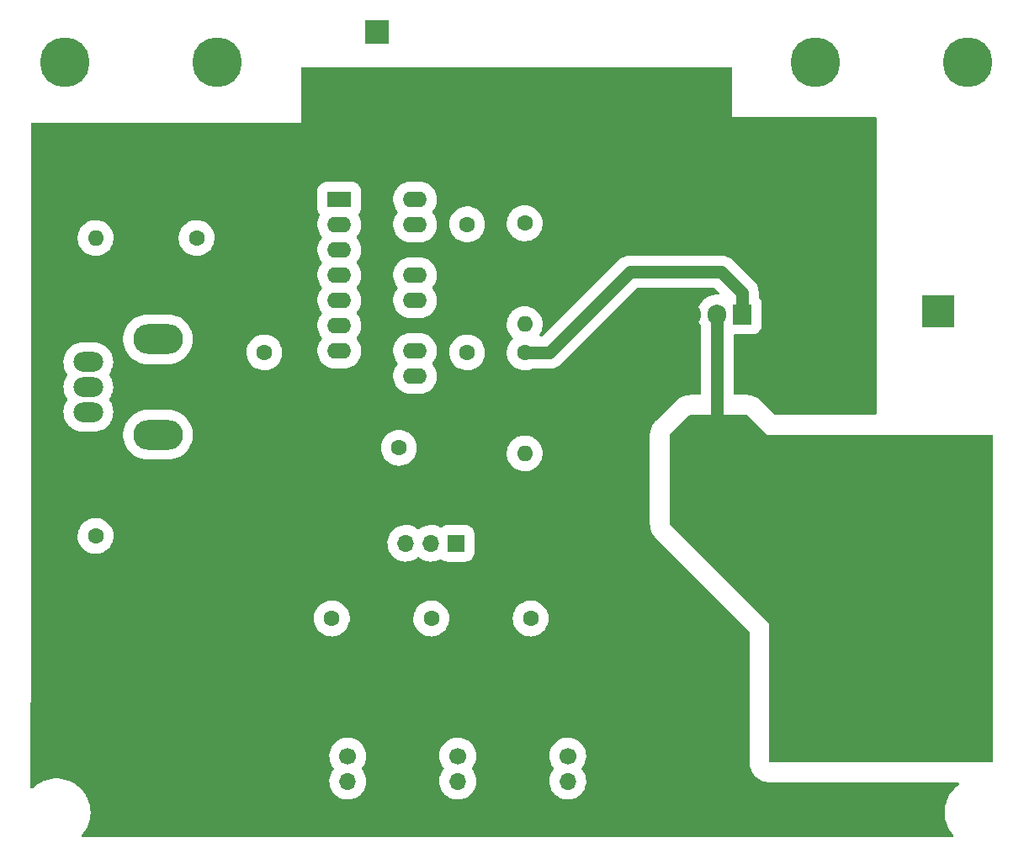
<source format=gbr>
%TF.GenerationSoftware,KiCad,Pcbnew,(6.0.1)*%
%TF.CreationDate,2022-03-16T06:56:20+01:00*%
%TF.ProjectId,Tranzistorski_pretvara_,5472616e-7a69-4737-946f-72736b695f70,rev?*%
%TF.SameCoordinates,Original*%
%TF.FileFunction,Copper,L2,Bot*%
%TF.FilePolarity,Positive*%
%FSLAX46Y46*%
G04 Gerber Fmt 4.6, Leading zero omitted, Abs format (unit mm)*
G04 Created by KiCad (PCBNEW (6.0.1)) date 2022-03-16 06:56:20*
%MOMM*%
%LPD*%
G01*
G04 APERTURE LIST*
%TA.AperFunction,ComponentPad*%
%ADD10C,1.600000*%
%TD*%
%TA.AperFunction,ComponentPad*%
%ADD11O,1.600000X1.600000*%
%TD*%
%TA.AperFunction,ComponentPad*%
%ADD12C,5.000000*%
%TD*%
%TA.AperFunction,ComponentPad*%
%ADD13O,5.000000X3.000000*%
%TD*%
%TA.AperFunction,ComponentPad*%
%ADD14O,3.000000X2.000000*%
%TD*%
%TA.AperFunction,ComponentPad*%
%ADD15C,1.700000*%
%TD*%
%TA.AperFunction,ComponentPad*%
%ADD16O,1.700000X1.700000*%
%TD*%
%TA.AperFunction,ComponentPad*%
%ADD17R,3.200000X3.200000*%
%TD*%
%TA.AperFunction,ComponentPad*%
%ADD18O,3.200000X3.200000*%
%TD*%
%TA.AperFunction,ComponentPad*%
%ADD19R,1.905000X2.000000*%
%TD*%
%TA.AperFunction,ComponentPad*%
%ADD20O,1.905000X2.000000*%
%TD*%
%TA.AperFunction,ComponentPad*%
%ADD21C,7.000000*%
%TD*%
%TA.AperFunction,ComponentPad*%
%ADD22R,2.400000X2.400000*%
%TD*%
%TA.AperFunction,ComponentPad*%
%ADD23C,2.400000*%
%TD*%
%TA.AperFunction,ComponentPad*%
%ADD24R,1.700000X1.700000*%
%TD*%
%TA.AperFunction,ComponentPad*%
%ADD25R,2.400000X1.600000*%
%TD*%
%TA.AperFunction,ComponentPad*%
%ADD26O,2.400000X1.600000*%
%TD*%
%TA.AperFunction,Conductor*%
%ADD27C,1.270000*%
%TD*%
G04 APERTURE END LIST*
D10*
%TO.P,R7,1*%
%TO.N,Net-(Q1-Pad1)*%
X139600000Y-98920000D03*
D11*
%TO.P,R7,2*%
%TO.N,/COL*%
X139600000Y-109080000D03*
%TD*%
D10*
%TO.P,C4,1*%
%TO.N,Net-(C4-Pad1)*%
X126943000Y-108520000D03*
%TO.P,C4,2*%
%TO.N,GND*%
X121943000Y-108520000D03*
%TD*%
D12*
%TO.P,B2,1,Pin_1*%
%TO.N,GND*%
X93350000Y-134750000D03*
X108650000Y-134750000D03*
%TD*%
D10*
%TO.P,C1,1*%
%TO.N,Net-(C1-Pad1)*%
X120200000Y-125700000D03*
%TO.P,C1,2*%
%TO.N,GND*%
X120200000Y-130700000D03*
%TD*%
D12*
%TO.P,B4,1,Pin_1*%
%TO.N,Net-(D2-Pad2)*%
X168850000Y-134750000D03*
X184150000Y-134750000D03*
%TD*%
%TO.P,B3,1,Pin_1*%
%TO.N,VDD*%
X168850000Y-69684785D03*
X184150000Y-69684785D03*
%TD*%
D13*
%TO.P,RV1,*%
%TO.N,*%
X102689500Y-97600000D03*
X102689500Y-107200000D03*
D14*
%TO.P,RV1,1,1*%
%TO.N,Net-(R2-Pad2)*%
X95689500Y-99900000D03*
%TO.P,RV1,2,2*%
%TO.N,/POT*%
X95689500Y-102400000D03*
%TO.P,RV1,3,3*%
%TO.N,Net-(R1-Pad1)*%
X95689500Y-104900000D03*
%TD*%
D10*
%TO.P,R4,1*%
%TO.N,VDD*%
X139600000Y-85920000D03*
D11*
%TO.P,R4,2*%
%TO.N,/COL*%
X139600000Y-96080000D03*
%TD*%
D15*
%TO.P,J3,1,Pin_1*%
%TO.N,/COL*%
X143933332Y-139530000D03*
D16*
X143933332Y-142070000D03*
%TD*%
D10*
%TO.P,R2,1*%
%TO.N,/+5V_REF*%
X106580000Y-87400000D03*
D11*
%TO.P,R2,2*%
%TO.N,Net-(R2-Pad2)*%
X96420000Y-87400000D03*
%TD*%
D10*
%TO.P,C6,1*%
%TO.N,VDD*%
X133800000Y-86020000D03*
%TO.P,C6,2*%
%TO.N,GND*%
X133800000Y-91020000D03*
%TD*%
%TO.P,R3,1*%
%TO.N,Net-(R3-Pad1)*%
X113400000Y-98920000D03*
D11*
%TO.P,R3,2*%
%TO.N,GND*%
X113400000Y-109080000D03*
%TD*%
D17*
%TO.P,D2,1,K*%
%TO.N,VDD*%
X181200000Y-94780000D03*
D18*
%TO.P,D2,2,A*%
%TO.N,Net-(D2-Pad2)*%
X181200000Y-110020000D03*
%TD*%
D16*
%TO.P,J4,1,Pin_1*%
%TO.N,GND*%
X155000000Y-142070000D03*
D15*
X155000000Y-139530000D03*
%TD*%
D10*
%TO.P,R6,1*%
%TO.N,/COL*%
X133800000Y-98920000D03*
D11*
%TO.P,R6,2*%
%TO.N,GND*%
X133800000Y-109080000D03*
%TD*%
D15*
%TO.P,J1,1,Pin_1*%
%TO.N,/POT*%
X121800000Y-139530000D03*
D16*
X121800000Y-142070000D03*
%TD*%
D19*
%TO.P,Q1,1,G*%
%TO.N,Net-(Q1-Pad1)*%
X161500000Y-95100000D03*
D20*
%TO.P,Q1,2,D*%
%TO.N,Net-(D2-Pad2)*%
X158960000Y-95100000D03*
D21*
X158960000Y-109990000D03*
D20*
%TO.P,Q1,3,S*%
%TO.N,GND*%
X156420000Y-95100000D03*
%TD*%
D12*
%TO.P,B1,1,Pin_1*%
%TO.N,VDD*%
X93350000Y-69684785D03*
X108650000Y-69684785D03*
%TD*%
D10*
%TO.P,R1,1*%
%TO.N,Net-(R1-Pad1)*%
X96420000Y-117400000D03*
D11*
%TO.P,R1,2*%
%TO.N,GND*%
X106580000Y-117400000D03*
%TD*%
D22*
%TO.P,C5,1*%
%TO.N,VDD*%
X124743000Y-66704733D03*
D23*
%TO.P,C5,2*%
%TO.N,GND*%
X124743000Y-74204733D03*
%TD*%
D10*
%TO.P,C2,1*%
%TO.N,/CT*%
X130200000Y-125700000D03*
%TO.P,C2,2*%
%TO.N,GND*%
X130200000Y-130700000D03*
%TD*%
D15*
%TO.P,J2,1,Pin_1*%
%TO.N,/CT*%
X132866666Y-139530000D03*
D16*
X132866666Y-142070000D03*
%TD*%
D10*
%TO.P,C3,1*%
%TO.N,Net-(C3-Pad1)*%
X140200000Y-125700000D03*
%TO.P,C3,2*%
%TO.N,GND*%
X140200000Y-130700000D03*
%TD*%
D24*
%TO.P,J5,1,Pin_1*%
%TO.N,Net-(C3-Pad1)*%
X132725000Y-118120000D03*
D16*
%TO.P,J5,2,Pin_2*%
%TO.N,/CT*%
X130185000Y-118120000D03*
%TO.P,J5,3,Pin_3*%
%TO.N,Net-(C1-Pad1)*%
X127645000Y-118120000D03*
%TD*%
D25*
%TO.P,U1,1,INV._INPUT*%
%TO.N,Net-(C4-Pad1)*%
X120943000Y-83520000D03*
D26*
%TO.P,U1,2,NON_INV._INPUT*%
%TO.N,/POT*%
X120943000Y-86060000D03*
%TO.P,U1,3,OSC./SYNC.*%
%TO.N,unconnected-(U1-Pad3)*%
X120943000Y-88600000D03*
%TO.P,U1,4,C.L.(+)SENSE*%
%TO.N,unconnected-(U1-Pad4)*%
X120943000Y-91140000D03*
%TO.P,U1,5,C.L.(-)SENSE*%
%TO.N,unconnected-(U1-Pad5)*%
X120943000Y-93680000D03*
%TO.P,U1,6,RT*%
%TO.N,Net-(R3-Pad1)*%
X120943000Y-96220000D03*
%TO.P,U1,7,CT*%
%TO.N,/CT*%
X120943000Y-98760000D03*
%TO.P,U1,8,GROUND*%
%TO.N,GND*%
X120943000Y-101300000D03*
%TO.P,U1,9,COMPENSATION*%
%TO.N,Net-(C4-Pad1)*%
X128563000Y-101300000D03*
%TO.P,U1,10,SHUTDOWN*%
%TO.N,unconnected-(U1-Pad10)*%
X128563000Y-98760000D03*
%TO.P,U1,11,EMITTER_A*%
%TO.N,GND*%
X128563000Y-96220000D03*
%TO.P,U1,12,COLLECTOR_A*%
%TO.N,/COL*%
X128563000Y-93680000D03*
%TO.P,U1,13,COLLECTOR_B*%
X128563000Y-91140000D03*
%TO.P,U1,14,EMITTER_B*%
%TO.N,GND*%
X128563000Y-88600000D03*
%TO.P,U1,15,+Vi*%
%TO.N,VDD*%
X128563000Y-86060000D03*
%TO.P,U1,16,+5V_REF*%
%TO.N,/+5V_REF*%
X128563000Y-83520000D03*
%TD*%
D27*
%TO.N,Net-(D2-Pad2)*%
X158960000Y-95100000D02*
X158960000Y-109990000D01*
%TO.N,Net-(Q1-Pad1)*%
X141480000Y-98920000D02*
X141580000Y-98920000D01*
X161500000Y-95100000D02*
X161500000Y-92900000D01*
X141380000Y-98920000D02*
X141480000Y-98920000D01*
X150200000Y-90800000D02*
X142080000Y-98920000D01*
X142080000Y-98920000D02*
X139600000Y-98920000D01*
X159400000Y-90800000D02*
X150200000Y-90800000D01*
X139600000Y-98920000D02*
X141380000Y-98920000D01*
X161500000Y-92900000D02*
X159400000Y-90800000D01*
%TD*%
%TA.AperFunction,Conductor*%
%TO.N,Net-(D2-Pad2)*%
G36*
X162015931Y-105220002D02*
G01*
X162036905Y-105236905D01*
X164000000Y-107200000D01*
X186623573Y-107200000D01*
X186691694Y-107220002D01*
X186738187Y-107273658D01*
X186749573Y-107325999D01*
X186749783Y-140073999D01*
X186729781Y-140142120D01*
X186676126Y-140188613D01*
X186623783Y-140200000D01*
X164326000Y-140200000D01*
X164257879Y-140179998D01*
X164211386Y-140126342D01*
X164200000Y-140074000D01*
X164200000Y-126200000D01*
X154236905Y-116236905D01*
X154202879Y-116174593D01*
X154200000Y-116147810D01*
X154200000Y-107252190D01*
X154220002Y-107184069D01*
X154236905Y-107163095D01*
X156163095Y-105236905D01*
X156225407Y-105202879D01*
X156252190Y-105200000D01*
X161947810Y-105200000D01*
X162015931Y-105220002D01*
G37*
%TD.AperFunction*%
%TD*%
%TA.AperFunction,Conductor*%
%TO.N,GND*%
G36*
X160442121Y-70220002D02*
G01*
X160488614Y-70273658D01*
X160500000Y-70326000D01*
X160500000Y-75200000D01*
X174874000Y-75200000D01*
X174942121Y-75220002D01*
X174988614Y-75273658D01*
X175000000Y-75326000D01*
X175000000Y-105074000D01*
X174979998Y-105142121D01*
X174926342Y-105188614D01*
X174874000Y-105200000D01*
X164880618Y-105200000D01*
X164812497Y-105179998D01*
X164791523Y-105163095D01*
X163451119Y-103822691D01*
X163449866Y-103821565D01*
X163449856Y-103821556D01*
X163293163Y-103680803D01*
X163291892Y-103679661D01*
X163270918Y-103662758D01*
X163097210Y-103537493D01*
X162846758Y-103400737D01*
X162579393Y-103301015D01*
X162550483Y-103292526D01*
X162513432Y-103281647D01*
X162513426Y-103281645D01*
X162511272Y-103281013D01*
X162509084Y-103280537D01*
X162509080Y-103280536D01*
X162359334Y-103247961D01*
X162232440Y-103220357D01*
X161947810Y-103200000D01*
X160721500Y-103200000D01*
X160653379Y-103179998D01*
X160606886Y-103126342D01*
X160595500Y-103074000D01*
X160595500Y-97226500D01*
X160615502Y-97158379D01*
X160669158Y-97111886D01*
X160721500Y-97100500D01*
X162510316Y-97100500D01*
X162513103Y-97100251D01*
X162513109Y-97100251D01*
X162598955Y-97092589D01*
X162630587Y-97089766D01*
X162825970Y-97033741D01*
X163006096Y-96939573D01*
X163150143Y-96822092D01*
X163158669Y-96815138D01*
X163163609Y-96811109D01*
X163292073Y-96653596D01*
X163296075Y-96645942D01*
X163342088Y-96557927D01*
X163386241Y-96473470D01*
X163442266Y-96278087D01*
X163451232Y-96177625D01*
X163452751Y-96160609D01*
X163452751Y-96160603D01*
X163453000Y-96157816D01*
X163453000Y-94042184D01*
X163442266Y-93921913D01*
X163386241Y-93726530D01*
X163292073Y-93546404D01*
X163276503Y-93527313D01*
X163163857Y-93389194D01*
X163136303Y-93323763D01*
X163135500Y-93309559D01*
X163135500Y-92969208D01*
X163135888Y-92959322D01*
X163140169Y-92904930D01*
X163140557Y-92900000D01*
X163135500Y-92835745D01*
X163120359Y-92643360D01*
X163119205Y-92638553D01*
X163119204Y-92638547D01*
X163061416Y-92397847D01*
X163060262Y-92393040D01*
X163055357Y-92381197D01*
X163011894Y-92276269D01*
X162997965Y-92242641D01*
X162963642Y-92159777D01*
X162963640Y-92159773D01*
X162961747Y-92155203D01*
X162827238Y-91935705D01*
X162660049Y-91739951D01*
X162614800Y-91701304D01*
X162607534Y-91694588D01*
X160605412Y-89692466D01*
X160598696Y-89685201D01*
X160563262Y-89643713D01*
X160560049Y-89639951D01*
X160432769Y-89531244D01*
X160408292Y-89510338D01*
X160368060Y-89475976D01*
X160368053Y-89475971D01*
X160364295Y-89472761D01*
X160144797Y-89338253D01*
X160140227Y-89336360D01*
X160140223Y-89336358D01*
X159911533Y-89241632D01*
X159911531Y-89241631D01*
X159906960Y-89239738D01*
X159819000Y-89218621D01*
X159661453Y-89180796D01*
X159661447Y-89180795D01*
X159656640Y-89179641D01*
X159464255Y-89164500D01*
X159400000Y-89159443D01*
X159395070Y-89159831D01*
X159340675Y-89164112D01*
X159330789Y-89164500D01*
X150269208Y-89164500D01*
X150259322Y-89164112D01*
X150204930Y-89159831D01*
X150200000Y-89159443D01*
X150135748Y-89164500D01*
X150135745Y-89164500D01*
X149943360Y-89179641D01*
X149938553Y-89180795D01*
X149938547Y-89180796D01*
X149781000Y-89218621D01*
X149693040Y-89239738D01*
X149688469Y-89241631D01*
X149688467Y-89241632D01*
X149459777Y-89336358D01*
X149459773Y-89336360D01*
X149455203Y-89338253D01*
X149235705Y-89472761D01*
X149231950Y-89475968D01*
X149231946Y-89475971D01*
X149191708Y-89510338D01*
X149167231Y-89531244D01*
X149039951Y-89639951D01*
X149036738Y-89643713D01*
X149036733Y-89643718D01*
X149001304Y-89685201D01*
X148994588Y-89692466D01*
X141439459Y-97247595D01*
X141377147Y-97281621D01*
X141350364Y-97284500D01*
X141197005Y-97284500D01*
X141128884Y-97264498D01*
X141082391Y-97210842D01*
X141072287Y-97140568D01*
X141091034Y-97090337D01*
X141091059Y-97090299D01*
X141128356Y-97032314D01*
X141184219Y-96945465D01*
X141184222Y-96945460D01*
X141186747Y-96941534D01*
X141296661Y-96697534D01*
X141297931Y-96693031D01*
X141368032Y-96444473D01*
X141368033Y-96444470D01*
X141369302Y-96439969D01*
X141387103Y-96300041D01*
X141402677Y-96177625D01*
X141402677Y-96177621D01*
X141403075Y-96174495D01*
X141405549Y-96080000D01*
X141396421Y-95957161D01*
X141386064Y-95817788D01*
X141386063Y-95817784D01*
X141385717Y-95813123D01*
X141375161Y-95766470D01*
X141333742Y-95583429D01*
X141326655Y-95552109D01*
X141293059Y-95465717D01*
X141231355Y-95307044D01*
X141231354Y-95307042D01*
X141229662Y-95302691D01*
X141221698Y-95288756D01*
X141179963Y-95215736D01*
X141096868Y-95070350D01*
X140931190Y-94860189D01*
X140736269Y-94676825D01*
X140516385Y-94524286D01*
X140512194Y-94522219D01*
X140280559Y-94407989D01*
X140280556Y-94407988D01*
X140276371Y-94405924D01*
X140021497Y-94324338D01*
X139876134Y-94300665D01*
X139761976Y-94282073D01*
X139761975Y-94282073D01*
X139757364Y-94281322D01*
X139623569Y-94279571D01*
X139494451Y-94277880D01*
X139494448Y-94277880D01*
X139489774Y-94277819D01*
X139224605Y-94313907D01*
X139220118Y-94315215D01*
X139220117Y-94315215D01*
X139188817Y-94324338D01*
X138967683Y-94388792D01*
X138963430Y-94390752D01*
X138963429Y-94390753D01*
X138911512Y-94414687D01*
X138724652Y-94500831D01*
X138720743Y-94503394D01*
X138504764Y-94644996D01*
X138504759Y-94645000D01*
X138500851Y-94647562D01*
X138429172Y-94711538D01*
X138311831Y-94816269D01*
X138301197Y-94825760D01*
X138130075Y-95031512D01*
X138127652Y-95035505D01*
X138016935Y-95217961D01*
X137991244Y-95260298D01*
X137989437Y-95264606D01*
X137989437Y-95264607D01*
X137898906Y-95480500D01*
X137887755Y-95507091D01*
X137886604Y-95511623D01*
X137886603Y-95511626D01*
X137823033Y-95761933D01*
X137821881Y-95766470D01*
X137821412Y-95771126D01*
X137821412Y-95771127D01*
X137818192Y-95803109D01*
X137795070Y-96032736D01*
X137795294Y-96037403D01*
X137795294Y-96037408D01*
X137798770Y-96109774D01*
X137807909Y-96300041D01*
X137860118Y-96562512D01*
X137861698Y-96566912D01*
X137861698Y-96566913D01*
X137886823Y-96636891D01*
X137950549Y-96814383D01*
X137968514Y-96847818D01*
X138069111Y-97035038D01*
X138077215Y-97050121D01*
X138080010Y-97053864D01*
X138080012Y-97053867D01*
X138234542Y-97260807D01*
X138237335Y-97264547D01*
X138240642Y-97267825D01*
X138240647Y-97267831D01*
X138295938Y-97322641D01*
X138385445Y-97411369D01*
X138419740Y-97473531D01*
X138414985Y-97544369D01*
X138380639Y-97594855D01*
X138310610Y-97657359D01*
X138301197Y-97665760D01*
X138130075Y-97871512D01*
X138127652Y-97875505D01*
X137998662Y-98088074D01*
X137991244Y-98100298D01*
X137989437Y-98104606D01*
X137989437Y-98104607D01*
X137931004Y-98243955D01*
X137887755Y-98347091D01*
X137886604Y-98351623D01*
X137886603Y-98351626D01*
X137824026Y-98598024D01*
X137821881Y-98606470D01*
X137795070Y-98872736D01*
X137795294Y-98877403D01*
X137795294Y-98877408D01*
X137797340Y-98920000D01*
X137807909Y-99140041D01*
X137860118Y-99402512D01*
X137950549Y-99654383D01*
X137952765Y-99658507D01*
X138063215Y-99864065D01*
X138077215Y-99890121D01*
X138080010Y-99893864D01*
X138080012Y-99893867D01*
X138234313Y-100100500D01*
X138237335Y-100104547D01*
X138240642Y-100107825D01*
X138240647Y-100107831D01*
X138393331Y-100259187D01*
X138427390Y-100292950D01*
X138431156Y-100295712D01*
X138431158Y-100295713D01*
X138601678Y-100420743D01*
X138643205Y-100451192D01*
X138647340Y-100453368D01*
X138647344Y-100453370D01*
X138776918Y-100521542D01*
X138880039Y-100575797D01*
X138884458Y-100577340D01*
X139128273Y-100662484D01*
X139128279Y-100662486D01*
X139132690Y-100664026D01*
X139395606Y-100713943D01*
X139522616Y-100718933D01*
X139658345Y-100724266D01*
X139658350Y-100724266D01*
X139663013Y-100724449D01*
X139758943Y-100713943D01*
X139924382Y-100695825D01*
X139924387Y-100695824D01*
X139929035Y-100695315D01*
X140044567Y-100664898D01*
X140183309Y-100628370D01*
X140187829Y-100627180D01*
X140330854Y-100565732D01*
X140380591Y-100555500D01*
X142010789Y-100555500D01*
X142020675Y-100555888D01*
X142080000Y-100560557D01*
X142144255Y-100555500D01*
X142336640Y-100540359D01*
X142341447Y-100539205D01*
X142341453Y-100539204D01*
X142499000Y-100501379D01*
X142586960Y-100480262D01*
X142824797Y-100381747D01*
X142831398Y-100377702D01*
X142845997Y-100368756D01*
X143040076Y-100249825D01*
X143040081Y-100249821D01*
X143044295Y-100247239D01*
X143191038Y-100121908D01*
X143223620Y-100094081D01*
X143236285Y-100083264D01*
X143236287Y-100083262D01*
X143240049Y-100080049D01*
X143243262Y-100076287D01*
X143243267Y-100076282D01*
X143278696Y-100034799D01*
X143285412Y-100027534D01*
X150840541Y-92472405D01*
X150902853Y-92438379D01*
X150929636Y-92435500D01*
X158670364Y-92435500D01*
X158738485Y-92455502D01*
X158759459Y-92472405D01*
X159174432Y-92887378D01*
X159208458Y-92949690D01*
X159203393Y-93020505D01*
X159160846Y-93077341D01*
X159094326Y-93102152D01*
X159074466Y-93102003D01*
X158990755Y-93094753D01*
X158986320Y-93094997D01*
X158986316Y-93094997D01*
X158883077Y-93100679D01*
X158714599Y-93109950D01*
X158710239Y-93110817D01*
X158710233Y-93110818D01*
X158577375Y-93137245D01*
X158443339Y-93163907D01*
X158182389Y-93255547D01*
X158178438Y-93257600D01*
X158178432Y-93257602D01*
X158176698Y-93258503D01*
X157936954Y-93383040D01*
X157933339Y-93385623D01*
X157933333Y-93385627D01*
X157928766Y-93388891D01*
X157711931Y-93543844D01*
X157708704Y-93546922D01*
X157708702Y-93546924D01*
X157520426Y-93726530D01*
X157511810Y-93734749D01*
X157340585Y-93951947D01*
X157338348Y-93955799D01*
X157203906Y-94187257D01*
X157203903Y-94187263D01*
X157201672Y-94191104D01*
X157200002Y-94195227D01*
X157099515Y-94443316D01*
X157099512Y-94443324D01*
X157097842Y-94447448D01*
X157031167Y-94715865D01*
X157007000Y-94951734D01*
X157007000Y-95217961D01*
X157021545Y-95423383D01*
X157022483Y-95427738D01*
X157022483Y-95427741D01*
X157056002Y-95583429D01*
X157079756Y-95693762D01*
X157175482Y-95953241D01*
X157304914Y-96193119D01*
X157306815Y-96196643D01*
X157306057Y-96197052D01*
X157324500Y-96260529D01*
X157324500Y-103074000D01*
X157304498Y-103142121D01*
X157250842Y-103188614D01*
X157198500Y-103200000D01*
X156252190Y-103200000D01*
X156118855Y-103207146D01*
X156040128Y-103211365D01*
X156040120Y-103211366D01*
X156038434Y-103211456D01*
X156032606Y-103212082D01*
X156013331Y-103214154D01*
X156013316Y-103214156D01*
X156011651Y-103214335D01*
X155800250Y-103248591D01*
X155526454Y-103328989D01*
X155522373Y-103330853D01*
X155522367Y-103330855D01*
X155274674Y-103443977D01*
X155266886Y-103447534D01*
X155264921Y-103448607D01*
X155264913Y-103448611D01*
X155206538Y-103480487D01*
X155206527Y-103480494D01*
X155204574Y-103481560D01*
X155202693Y-103482769D01*
X155202686Y-103482773D01*
X155060729Y-103574005D01*
X154964540Y-103635823D01*
X154748881Y-103822691D01*
X152822691Y-105748881D01*
X152679661Y-105908108D01*
X152662758Y-105929082D01*
X152537493Y-106102790D01*
X152400737Y-106353242D01*
X152301015Y-106620607D01*
X152281013Y-106688728D01*
X152280537Y-106690916D01*
X152280536Y-106690920D01*
X152255551Y-106805777D01*
X152220357Y-106967560D01*
X152200000Y-107252190D01*
X152200000Y-116147810D01*
X152201932Y-116183857D01*
X152210725Y-116347918D01*
X152211456Y-116361566D01*
X152214335Y-116388349D01*
X152248591Y-116599750D01*
X152328989Y-116873546D01*
X152330853Y-116877627D01*
X152330855Y-116877633D01*
X152428358Y-117091127D01*
X152447534Y-117133114D01*
X152448607Y-117135079D01*
X152448611Y-117135087D01*
X152480487Y-117193462D01*
X152480494Y-117193473D01*
X152481560Y-117195426D01*
X152482769Y-117197307D01*
X152482773Y-117197314D01*
X152548749Y-117299972D01*
X152635823Y-117435460D01*
X152822691Y-117651119D01*
X162163095Y-126991523D01*
X162197121Y-127053835D01*
X162200000Y-127080618D01*
X162200000Y-140074000D01*
X162205095Y-140216667D01*
X162205575Y-140220003D01*
X162205575Y-140220007D01*
X162209018Y-140243953D01*
X162245704Y-140499120D01*
X162257090Y-140551462D01*
X162292399Y-140689803D01*
X162392120Y-140957168D01*
X162528877Y-141207620D01*
X162531578Y-141211228D01*
X162698539Y-141434264D01*
X162698547Y-141434273D01*
X162699884Y-141436060D01*
X162746377Y-141489716D01*
X162948160Y-141691499D01*
X162951756Y-141694191D01*
X162951763Y-141694197D01*
X163104583Y-141808596D01*
X163176600Y-141862507D01*
X163427052Y-141999263D01*
X163694417Y-142098985D01*
X163719715Y-142106413D01*
X163760378Y-142118353D01*
X163760384Y-142118355D01*
X163762538Y-142118987D01*
X163764726Y-142119463D01*
X163764730Y-142119464D01*
X163817701Y-142130987D01*
X164041370Y-142179643D01*
X164326000Y-142200000D01*
X183203885Y-142200000D01*
X183272006Y-142220002D01*
X183318499Y-142273658D01*
X183328603Y-142343932D01*
X183299109Y-142408512D01*
X183279890Y-142426495D01*
X183051800Y-142598998D01*
X183049318Y-142601337D01*
X183049312Y-142601342D01*
X182855531Y-142783953D01*
X182783750Y-142851596D01*
X182544548Y-143131665D01*
X182542629Y-143134477D01*
X182542626Y-143134482D01*
X182524895Y-143160475D01*
X182336992Y-143435931D01*
X182257376Y-143585039D01*
X182205866Y-143681509D01*
X182163511Y-143760832D01*
X182162236Y-143764004D01*
X182162234Y-143764008D01*
X182100693Y-143917098D01*
X182026134Y-144102569D01*
X182025215Y-144105837D01*
X182025213Y-144105844D01*
X181927388Y-144453865D01*
X181926467Y-144457143D01*
X181925905Y-144460500D01*
X181925905Y-144460501D01*
X181923961Y-144472121D01*
X181865677Y-144820408D01*
X181844476Y-145188113D01*
X181844648Y-145191508D01*
X181844648Y-145191509D01*
X181846499Y-145228057D01*
X181863110Y-145555957D01*
X181863647Y-145559312D01*
X181863648Y-145559318D01*
X181903877Y-145810472D01*
X181921362Y-145919637D01*
X182018551Y-146274899D01*
X182153539Y-146617587D01*
X182155122Y-146620602D01*
X182323164Y-146940675D01*
X182323169Y-146940683D01*
X182324748Y-146943691D01*
X182326642Y-146946509D01*
X182326647Y-146946518D01*
X182347154Y-146977035D01*
X182530174Y-147249398D01*
X182556240Y-147280352D01*
X182735171Y-147492840D01*
X182763749Y-147557831D01*
X182752654Y-147627956D01*
X182705408Y-147680949D01*
X182638791Y-147700000D01*
X95109245Y-147700000D01*
X95041124Y-147679998D01*
X94994631Y-147626342D01*
X94984527Y-147556068D01*
X95013720Y-147491836D01*
X95197850Y-147277765D01*
X95217346Y-147249398D01*
X95404536Y-146977035D01*
X95404541Y-146977028D01*
X95406466Y-146974226D01*
X95408078Y-146971232D01*
X95408083Y-146971224D01*
X95579459Y-146652945D01*
X95581081Y-146649933D01*
X95672229Y-146425461D01*
X95718370Y-146311830D01*
X95718372Y-146311825D01*
X95719650Y-146308677D01*
X95730210Y-146271608D01*
X95751227Y-146197827D01*
X95820554Y-145954453D01*
X95827081Y-145916271D01*
X95882039Y-145594750D01*
X95882039Y-145594748D01*
X95882611Y-145591403D01*
X95884574Y-145559318D01*
X95904986Y-145225571D01*
X95905096Y-145223774D01*
X95905179Y-145200000D01*
X95885261Y-144832223D01*
X95825740Y-144468748D01*
X95727312Y-144113828D01*
X95726054Y-144110666D01*
X95726051Y-144110658D01*
X95592387Y-143774778D01*
X95591128Y-143771614D01*
X95464759Y-143532944D01*
X95420381Y-143449128D01*
X95420377Y-143449121D01*
X95418782Y-143446109D01*
X95416875Y-143443293D01*
X95416870Y-143443284D01*
X95214202Y-143143945D01*
X95212290Y-143141121D01*
X94974067Y-142860218D01*
X94706900Y-142606686D01*
X94704193Y-142604624D01*
X94704185Y-142604617D01*
X94501877Y-142450501D01*
X94413914Y-142383491D01*
X94224341Y-142269133D01*
X94101460Y-142195006D01*
X94101451Y-142195001D01*
X94098538Y-142193244D01*
X94095448Y-142191810D01*
X94095443Y-142191807D01*
X93767555Y-142039607D01*
X93767553Y-142039606D01*
X93764459Y-142038170D01*
X93761224Y-142037075D01*
X93761219Y-142037073D01*
X93686334Y-142011726D01*
X119945688Y-142011726D01*
X119949455Y-142107595D01*
X119952890Y-142195006D01*
X119955977Y-142273582D01*
X120003058Y-142531376D01*
X120085994Y-142779965D01*
X120126094Y-142860218D01*
X120165018Y-142938116D01*
X120203128Y-143014387D01*
X120205657Y-143018046D01*
X120284184Y-143131665D01*
X120352124Y-143229967D01*
X120458230Y-143344751D01*
X120473321Y-143361076D01*
X120530010Y-143422402D01*
X120533464Y-143425214D01*
X120729778Y-143585039D01*
X120729782Y-143585042D01*
X120733235Y-143587853D01*
X120957745Y-143723019D01*
X121047043Y-143760832D01*
X121194962Y-143823468D01*
X121194966Y-143823469D01*
X121199060Y-143825203D01*
X121203352Y-143826341D01*
X121203355Y-143826342D01*
X121304125Y-143853061D01*
X121452365Y-143892366D01*
X121456789Y-143892890D01*
X121456791Y-143892890D01*
X121607572Y-143910736D01*
X121712607Y-143923167D01*
X121974592Y-143916993D01*
X121978986Y-143916262D01*
X121978993Y-143916261D01*
X122228692Y-143874700D01*
X122228696Y-143874699D01*
X122233094Y-143873967D01*
X122397061Y-143822111D01*
X122478709Y-143796289D01*
X122478711Y-143796288D01*
X122482955Y-143794946D01*
X122486966Y-143793020D01*
X122486971Y-143793018D01*
X122715169Y-143683439D01*
X122715170Y-143683438D01*
X122719188Y-143681509D01*
X122863566Y-143585039D01*
X122933380Y-143538391D01*
X122933384Y-143538388D01*
X122937082Y-143535917D01*
X123132287Y-143361076D01*
X123242496Y-143229967D01*
X123298043Y-143163886D01*
X123298045Y-143163884D01*
X123300910Y-143160475D01*
X123439586Y-142938116D01*
X123472874Y-142862821D01*
X123543749Y-142702503D01*
X123545547Y-142698436D01*
X123616681Y-142446216D01*
X123639858Y-142273658D01*
X123651139Y-142189673D01*
X123651140Y-142189665D01*
X123651566Y-142186491D01*
X123652936Y-142142903D01*
X123655126Y-142073222D01*
X123655126Y-142073217D01*
X123655227Y-142070000D01*
X123651101Y-142011726D01*
X131012354Y-142011726D01*
X131016121Y-142107595D01*
X131019556Y-142195006D01*
X131022643Y-142273582D01*
X131069724Y-142531376D01*
X131152660Y-142779965D01*
X131192760Y-142860218D01*
X131231684Y-142938116D01*
X131269794Y-143014387D01*
X131272323Y-143018046D01*
X131350850Y-143131665D01*
X131418790Y-143229967D01*
X131524896Y-143344751D01*
X131539987Y-143361076D01*
X131596676Y-143422402D01*
X131600130Y-143425214D01*
X131796444Y-143585039D01*
X131796448Y-143585042D01*
X131799901Y-143587853D01*
X132024411Y-143723019D01*
X132113709Y-143760832D01*
X132261628Y-143823468D01*
X132261632Y-143823469D01*
X132265726Y-143825203D01*
X132270018Y-143826341D01*
X132270021Y-143826342D01*
X132370791Y-143853061D01*
X132519031Y-143892366D01*
X132523455Y-143892890D01*
X132523457Y-143892890D01*
X132674238Y-143910736D01*
X132779273Y-143923167D01*
X133041258Y-143916993D01*
X133045652Y-143916262D01*
X133045659Y-143916261D01*
X133295358Y-143874700D01*
X133295362Y-143874699D01*
X133299760Y-143873967D01*
X133463727Y-143822111D01*
X133545375Y-143796289D01*
X133545377Y-143796288D01*
X133549621Y-143794946D01*
X133553632Y-143793020D01*
X133553637Y-143793018D01*
X133781835Y-143683439D01*
X133781836Y-143683438D01*
X133785854Y-143681509D01*
X133930232Y-143585039D01*
X134000046Y-143538391D01*
X134000050Y-143538388D01*
X134003748Y-143535917D01*
X134198953Y-143361076D01*
X134309162Y-143229967D01*
X134364709Y-143163886D01*
X134364711Y-143163884D01*
X134367576Y-143160475D01*
X134506252Y-142938116D01*
X134539540Y-142862821D01*
X134610415Y-142702503D01*
X134612213Y-142698436D01*
X134683347Y-142446216D01*
X134706524Y-142273658D01*
X134717805Y-142189673D01*
X134717806Y-142189665D01*
X134718232Y-142186491D01*
X134719602Y-142142903D01*
X134721792Y-142073222D01*
X134721792Y-142073217D01*
X134721893Y-142070000D01*
X134717767Y-142011726D01*
X142079020Y-142011726D01*
X142082787Y-142107595D01*
X142086222Y-142195006D01*
X142089309Y-142273582D01*
X142136390Y-142531376D01*
X142219326Y-142779965D01*
X142259426Y-142860218D01*
X142298350Y-142938116D01*
X142336460Y-143014387D01*
X142338989Y-143018046D01*
X142417516Y-143131665D01*
X142485456Y-143229967D01*
X142591562Y-143344751D01*
X142606653Y-143361076D01*
X142663342Y-143422402D01*
X142666796Y-143425214D01*
X142863110Y-143585039D01*
X142863114Y-143585042D01*
X142866567Y-143587853D01*
X143091077Y-143723019D01*
X143180375Y-143760832D01*
X143328294Y-143823468D01*
X143328298Y-143823469D01*
X143332392Y-143825203D01*
X143336684Y-143826341D01*
X143336687Y-143826342D01*
X143437457Y-143853061D01*
X143585697Y-143892366D01*
X143590121Y-143892890D01*
X143590123Y-143892890D01*
X143740904Y-143910736D01*
X143845939Y-143923167D01*
X144107924Y-143916993D01*
X144112318Y-143916262D01*
X144112325Y-143916261D01*
X144362024Y-143874700D01*
X144362028Y-143874699D01*
X144366426Y-143873967D01*
X144530393Y-143822111D01*
X144612041Y-143796289D01*
X144612043Y-143796288D01*
X144616287Y-143794946D01*
X144620298Y-143793020D01*
X144620303Y-143793018D01*
X144848501Y-143683439D01*
X144848502Y-143683438D01*
X144852520Y-143681509D01*
X144996898Y-143585039D01*
X145066712Y-143538391D01*
X145066716Y-143538388D01*
X145070414Y-143535917D01*
X145265619Y-143361076D01*
X145375828Y-143229967D01*
X145431375Y-143163886D01*
X145431377Y-143163884D01*
X145434242Y-143160475D01*
X145572918Y-142938116D01*
X145606206Y-142862821D01*
X145677081Y-142702503D01*
X145678879Y-142698436D01*
X145750013Y-142446216D01*
X145773190Y-142273658D01*
X145784471Y-142189673D01*
X145784472Y-142189665D01*
X145784898Y-142186491D01*
X145786268Y-142142903D01*
X145788458Y-142073222D01*
X145788458Y-142073217D01*
X145788559Y-142070000D01*
X145770051Y-141808596D01*
X145714895Y-141552408D01*
X145695942Y-141501032D01*
X145625733Y-141310724D01*
X145624192Y-141306547D01*
X145499752Y-141075920D01*
X145497106Y-141072337D01*
X145349067Y-140871907D01*
X145324685Y-140805228D01*
X145340222Y-140735953D01*
X145353968Y-140715973D01*
X145431377Y-140623883D01*
X145434242Y-140620475D01*
X145572918Y-140398116D01*
X145641073Y-140243953D01*
X145677081Y-140162503D01*
X145678879Y-140158436D01*
X145750013Y-139906216D01*
X145772612Y-139737962D01*
X145784471Y-139649673D01*
X145784472Y-139649665D01*
X145784898Y-139646491D01*
X145788559Y-139530000D01*
X145770051Y-139268596D01*
X145714895Y-139012408D01*
X145695942Y-138961032D01*
X145625733Y-138770724D01*
X145624192Y-138766547D01*
X145499752Y-138535920D01*
X145466615Y-138491055D01*
X145346702Y-138328706D01*
X145344058Y-138325126D01*
X145160216Y-138138374D01*
X145091668Y-138086060D01*
X144955439Y-137982093D01*
X144955435Y-137982090D01*
X144951894Y-137979388D01*
X144723249Y-137851340D01*
X144719100Y-137849735D01*
X144719096Y-137849733D01*
X144571528Y-137792644D01*
X144478844Y-137756787D01*
X144474523Y-137755785D01*
X144474515Y-137755783D01*
X144306401Y-137716817D01*
X144223553Y-137697614D01*
X143962473Y-137675002D01*
X143958038Y-137675246D01*
X143958034Y-137675246D01*
X143705253Y-137689157D01*
X143705246Y-137689158D01*
X143700810Y-137689402D01*
X143443788Y-137740527D01*
X143439578Y-137742005D01*
X143439576Y-137742006D01*
X143294829Y-137792838D01*
X143196533Y-137827357D01*
X143192582Y-137829410D01*
X143192576Y-137829412D01*
X143065226Y-137895566D01*
X142963979Y-137948159D01*
X142960364Y-137950742D01*
X142960358Y-137950746D01*
X142754387Y-138097935D01*
X142754383Y-138097938D01*
X142750766Y-138100523D01*
X142561148Y-138281409D01*
X142398910Y-138487208D01*
X142396678Y-138491050D01*
X142396675Y-138491055D01*
X142269518Y-138709972D01*
X142267287Y-138713813D01*
X142265622Y-138717925D01*
X142265619Y-138717930D01*
X142170580Y-138952570D01*
X142168906Y-138956703D01*
X142105731Y-139211032D01*
X142079020Y-139471726D01*
X142089309Y-139733582D01*
X142136390Y-139991376D01*
X142219326Y-140239965D01*
X142221319Y-140243953D01*
X142298350Y-140398116D01*
X142336460Y-140474387D01*
X142485456Y-140689967D01*
X142509187Y-140715638D01*
X142540738Y-140779237D01*
X142532897Y-140849800D01*
X142515611Y-140879171D01*
X142401670Y-141023705D01*
X142401660Y-141023719D01*
X142398910Y-141027208D01*
X142396678Y-141031050D01*
X142396675Y-141031055D01*
X142296415Y-141203666D01*
X142267287Y-141253813D01*
X142265622Y-141257925D01*
X142265619Y-141257930D01*
X142193469Y-141436060D01*
X142168906Y-141496703D01*
X142105731Y-141751032D01*
X142079020Y-142011726D01*
X134717767Y-142011726D01*
X134703385Y-141808596D01*
X134648229Y-141552408D01*
X134629276Y-141501032D01*
X134559067Y-141310724D01*
X134557526Y-141306547D01*
X134433086Y-141075920D01*
X134430440Y-141072337D01*
X134282401Y-140871907D01*
X134258019Y-140805228D01*
X134273556Y-140735953D01*
X134287302Y-140715973D01*
X134364711Y-140623883D01*
X134367576Y-140620475D01*
X134506252Y-140398116D01*
X134574407Y-140243953D01*
X134610415Y-140162503D01*
X134612213Y-140158436D01*
X134683347Y-139906216D01*
X134705946Y-139737962D01*
X134717805Y-139649673D01*
X134717806Y-139649665D01*
X134718232Y-139646491D01*
X134721893Y-139530000D01*
X134703385Y-139268596D01*
X134648229Y-139012408D01*
X134629276Y-138961032D01*
X134559067Y-138770724D01*
X134557526Y-138766547D01*
X134433086Y-138535920D01*
X134399949Y-138491055D01*
X134280036Y-138328706D01*
X134277392Y-138325126D01*
X134093550Y-138138374D01*
X134025002Y-138086060D01*
X133888773Y-137982093D01*
X133888769Y-137982090D01*
X133885228Y-137979388D01*
X133656583Y-137851340D01*
X133652434Y-137849735D01*
X133652430Y-137849733D01*
X133504862Y-137792644D01*
X133412178Y-137756787D01*
X133407857Y-137755785D01*
X133407849Y-137755783D01*
X133239735Y-137716817D01*
X133156887Y-137697614D01*
X132895807Y-137675002D01*
X132891372Y-137675246D01*
X132891368Y-137675246D01*
X132638587Y-137689157D01*
X132638580Y-137689158D01*
X132634144Y-137689402D01*
X132377122Y-137740527D01*
X132372912Y-137742005D01*
X132372910Y-137742006D01*
X132228163Y-137792838D01*
X132129867Y-137827357D01*
X132125916Y-137829410D01*
X132125910Y-137829412D01*
X131998560Y-137895566D01*
X131897313Y-137948159D01*
X131893698Y-137950742D01*
X131893692Y-137950746D01*
X131687721Y-138097935D01*
X131687717Y-138097938D01*
X131684100Y-138100523D01*
X131494482Y-138281409D01*
X131332244Y-138487208D01*
X131330012Y-138491050D01*
X131330009Y-138491055D01*
X131202852Y-138709972D01*
X131200621Y-138713813D01*
X131198956Y-138717925D01*
X131198953Y-138717930D01*
X131103914Y-138952570D01*
X131102240Y-138956703D01*
X131039065Y-139211032D01*
X131012354Y-139471726D01*
X131022643Y-139733582D01*
X131069724Y-139991376D01*
X131152660Y-140239965D01*
X131154653Y-140243953D01*
X131231684Y-140398116D01*
X131269794Y-140474387D01*
X131418790Y-140689967D01*
X131442521Y-140715638D01*
X131474072Y-140779237D01*
X131466231Y-140849800D01*
X131448945Y-140879171D01*
X131335004Y-141023705D01*
X131334994Y-141023719D01*
X131332244Y-141027208D01*
X131330012Y-141031050D01*
X131330009Y-141031055D01*
X131229749Y-141203666D01*
X131200621Y-141253813D01*
X131198956Y-141257925D01*
X131198953Y-141257930D01*
X131126803Y-141436060D01*
X131102240Y-141496703D01*
X131039065Y-141751032D01*
X131012354Y-142011726D01*
X123651101Y-142011726D01*
X123636719Y-141808596D01*
X123581563Y-141552408D01*
X123562610Y-141501032D01*
X123492401Y-141310724D01*
X123490860Y-141306547D01*
X123366420Y-141075920D01*
X123363774Y-141072337D01*
X123215735Y-140871907D01*
X123191353Y-140805228D01*
X123206890Y-140735953D01*
X123220636Y-140715973D01*
X123298045Y-140623883D01*
X123300910Y-140620475D01*
X123439586Y-140398116D01*
X123507741Y-140243953D01*
X123543749Y-140162503D01*
X123545547Y-140158436D01*
X123616681Y-139906216D01*
X123639280Y-139737962D01*
X123651139Y-139649673D01*
X123651140Y-139649665D01*
X123651566Y-139646491D01*
X123655227Y-139530000D01*
X123636719Y-139268596D01*
X123581563Y-139012408D01*
X123562610Y-138961032D01*
X123492401Y-138770724D01*
X123490860Y-138766547D01*
X123366420Y-138535920D01*
X123333283Y-138491055D01*
X123213370Y-138328706D01*
X123210726Y-138325126D01*
X123026884Y-138138374D01*
X122958336Y-138086060D01*
X122822107Y-137982093D01*
X122822103Y-137982090D01*
X122818562Y-137979388D01*
X122589917Y-137851340D01*
X122585768Y-137849735D01*
X122585764Y-137849733D01*
X122438196Y-137792644D01*
X122345512Y-137756787D01*
X122341191Y-137755785D01*
X122341183Y-137755783D01*
X122173069Y-137716817D01*
X122090221Y-137697614D01*
X121829141Y-137675002D01*
X121824706Y-137675246D01*
X121824702Y-137675246D01*
X121571921Y-137689157D01*
X121571914Y-137689158D01*
X121567478Y-137689402D01*
X121310456Y-137740527D01*
X121306246Y-137742005D01*
X121306244Y-137742006D01*
X121161497Y-137792838D01*
X121063201Y-137827357D01*
X121059250Y-137829410D01*
X121059244Y-137829412D01*
X120931894Y-137895566D01*
X120830647Y-137948159D01*
X120827032Y-137950742D01*
X120827026Y-137950746D01*
X120621055Y-138097935D01*
X120621051Y-138097938D01*
X120617434Y-138100523D01*
X120427816Y-138281409D01*
X120265578Y-138487208D01*
X120263346Y-138491050D01*
X120263343Y-138491055D01*
X120136186Y-138709972D01*
X120133955Y-138713813D01*
X120132290Y-138717925D01*
X120132287Y-138717930D01*
X120037248Y-138952570D01*
X120035574Y-138956703D01*
X119972399Y-139211032D01*
X119945688Y-139471726D01*
X119955977Y-139733582D01*
X120003058Y-139991376D01*
X120085994Y-140239965D01*
X120087987Y-140243953D01*
X120165018Y-140398116D01*
X120203128Y-140474387D01*
X120352124Y-140689967D01*
X120375855Y-140715638D01*
X120407406Y-140779237D01*
X120399565Y-140849800D01*
X120382279Y-140879171D01*
X120268338Y-141023705D01*
X120268328Y-141023719D01*
X120265578Y-141027208D01*
X120263346Y-141031050D01*
X120263343Y-141031055D01*
X120163083Y-141203666D01*
X120133955Y-141253813D01*
X120132290Y-141257925D01*
X120132287Y-141257930D01*
X120060137Y-141436060D01*
X120035574Y-141496703D01*
X119972399Y-141751032D01*
X119945688Y-142011726D01*
X93686334Y-142011726D01*
X93418821Y-141921178D01*
X93415586Y-141920083D01*
X93401256Y-141916906D01*
X93360738Y-141907924D01*
X93056001Y-141840365D01*
X92926948Y-141826117D01*
X92693290Y-141800321D01*
X92693285Y-141800321D01*
X92689909Y-141799948D01*
X92686510Y-141799942D01*
X92686509Y-141799942D01*
X92512821Y-141799639D01*
X92321594Y-141799305D01*
X92234657Y-141808596D01*
X91958748Y-141838082D01*
X91958742Y-141838083D01*
X91955364Y-141838444D01*
X91952041Y-141839168D01*
X91952038Y-141839169D01*
X91857388Y-141859806D01*
X91595502Y-141916906D01*
X91246220Y-142033774D01*
X91243140Y-142035190D01*
X91243134Y-142035193D01*
X90914697Y-142186258D01*
X90914690Y-142186262D01*
X90911602Y-142187682D01*
X90908679Y-142189431D01*
X90908674Y-142189434D01*
X90775507Y-142269133D01*
X90595563Y-142376827D01*
X90301800Y-142598998D01*
X90299318Y-142601337D01*
X90299312Y-142601342D01*
X90237613Y-142659485D01*
X90103925Y-142785467D01*
X90040632Y-142817628D01*
X89969998Y-142810465D01*
X89914449Y-142766251D01*
X89891513Y-142693755D01*
X89893183Y-125652736D01*
X118395070Y-125652736D01*
X118407909Y-125920041D01*
X118460118Y-126182512D01*
X118550549Y-126434383D01*
X118552765Y-126438507D01*
X118620982Y-126565465D01*
X118677215Y-126670121D01*
X118680010Y-126673864D01*
X118680012Y-126673867D01*
X118764199Y-126786607D01*
X118837335Y-126884547D01*
X118840642Y-126887825D01*
X118840647Y-126887831D01*
X119008107Y-127053835D01*
X119027390Y-127072950D01*
X119243205Y-127231192D01*
X119247340Y-127233368D01*
X119247344Y-127233370D01*
X119376918Y-127301542D01*
X119480039Y-127355797D01*
X119484458Y-127357340D01*
X119728273Y-127442484D01*
X119728279Y-127442486D01*
X119732690Y-127444026D01*
X119995606Y-127493943D01*
X120122616Y-127498933D01*
X120258345Y-127504266D01*
X120258350Y-127504266D01*
X120263013Y-127504449D01*
X120358943Y-127493943D01*
X120524382Y-127475825D01*
X120524387Y-127475824D01*
X120529035Y-127475315D01*
X120644567Y-127444898D01*
X120783309Y-127408370D01*
X120787829Y-127407180D01*
X120912501Y-127353617D01*
X121029407Y-127303391D01*
X121029410Y-127303389D01*
X121033710Y-127301542D01*
X121037690Y-127299079D01*
X121037694Y-127299077D01*
X121257302Y-127163179D01*
X121257306Y-127163176D01*
X121261275Y-127160720D01*
X121275010Y-127149092D01*
X121461960Y-126990828D01*
X121461961Y-126990827D01*
X121465526Y-126987809D01*
X121559365Y-126880807D01*
X121638894Y-126790122D01*
X121638898Y-126790117D01*
X121641976Y-126786607D01*
X121644506Y-126782674D01*
X121784219Y-126565465D01*
X121784222Y-126565460D01*
X121786747Y-126561534D01*
X121896661Y-126317534D01*
X121969302Y-126059969D01*
X121987103Y-125920041D01*
X122002677Y-125797625D01*
X122002677Y-125797621D01*
X122003075Y-125794495D01*
X122005549Y-125700000D01*
X122002037Y-125652736D01*
X128395070Y-125652736D01*
X128407909Y-125920041D01*
X128460118Y-126182512D01*
X128550549Y-126434383D01*
X128552765Y-126438507D01*
X128620982Y-126565465D01*
X128677215Y-126670121D01*
X128680010Y-126673864D01*
X128680012Y-126673867D01*
X128764199Y-126786607D01*
X128837335Y-126884547D01*
X128840642Y-126887825D01*
X128840647Y-126887831D01*
X129008107Y-127053835D01*
X129027390Y-127072950D01*
X129243205Y-127231192D01*
X129247340Y-127233368D01*
X129247344Y-127233370D01*
X129376918Y-127301542D01*
X129480039Y-127355797D01*
X129484458Y-127357340D01*
X129728273Y-127442484D01*
X129728279Y-127442486D01*
X129732690Y-127444026D01*
X129995606Y-127493943D01*
X130122616Y-127498933D01*
X130258345Y-127504266D01*
X130258350Y-127504266D01*
X130263013Y-127504449D01*
X130358943Y-127493943D01*
X130524382Y-127475825D01*
X130524387Y-127475824D01*
X130529035Y-127475315D01*
X130644567Y-127444898D01*
X130783309Y-127408370D01*
X130787829Y-127407180D01*
X130912501Y-127353617D01*
X131029407Y-127303391D01*
X131029410Y-127303389D01*
X131033710Y-127301542D01*
X131037690Y-127299079D01*
X131037694Y-127299077D01*
X131257302Y-127163179D01*
X131257306Y-127163176D01*
X131261275Y-127160720D01*
X131275010Y-127149092D01*
X131461960Y-126990828D01*
X131461961Y-126990827D01*
X131465526Y-126987809D01*
X131559365Y-126880807D01*
X131638894Y-126790122D01*
X131638898Y-126790117D01*
X131641976Y-126786607D01*
X131644506Y-126782674D01*
X131784219Y-126565465D01*
X131784222Y-126565460D01*
X131786747Y-126561534D01*
X131896661Y-126317534D01*
X131969302Y-126059969D01*
X131987103Y-125920041D01*
X132002677Y-125797625D01*
X132002677Y-125797621D01*
X132003075Y-125794495D01*
X132005549Y-125700000D01*
X132002037Y-125652736D01*
X138395070Y-125652736D01*
X138407909Y-125920041D01*
X138460118Y-126182512D01*
X138550549Y-126434383D01*
X138552765Y-126438507D01*
X138620982Y-126565465D01*
X138677215Y-126670121D01*
X138680010Y-126673864D01*
X138680012Y-126673867D01*
X138764199Y-126786607D01*
X138837335Y-126884547D01*
X138840642Y-126887825D01*
X138840647Y-126887831D01*
X139008107Y-127053835D01*
X139027390Y-127072950D01*
X139243205Y-127231192D01*
X139247340Y-127233368D01*
X139247344Y-127233370D01*
X139376918Y-127301542D01*
X139480039Y-127355797D01*
X139484458Y-127357340D01*
X139728273Y-127442484D01*
X139728279Y-127442486D01*
X139732690Y-127444026D01*
X139995606Y-127493943D01*
X140122616Y-127498933D01*
X140258345Y-127504266D01*
X140258350Y-127504266D01*
X140263013Y-127504449D01*
X140358943Y-127493943D01*
X140524382Y-127475825D01*
X140524387Y-127475824D01*
X140529035Y-127475315D01*
X140644567Y-127444898D01*
X140783309Y-127408370D01*
X140787829Y-127407180D01*
X140912501Y-127353617D01*
X141029407Y-127303391D01*
X141029410Y-127303389D01*
X141033710Y-127301542D01*
X141037690Y-127299079D01*
X141037694Y-127299077D01*
X141257302Y-127163179D01*
X141257306Y-127163176D01*
X141261275Y-127160720D01*
X141275010Y-127149092D01*
X141461960Y-126990828D01*
X141461961Y-126990827D01*
X141465526Y-126987809D01*
X141559365Y-126880807D01*
X141638894Y-126790122D01*
X141638898Y-126790117D01*
X141641976Y-126786607D01*
X141644506Y-126782674D01*
X141784219Y-126565465D01*
X141784222Y-126565460D01*
X141786747Y-126561534D01*
X141896661Y-126317534D01*
X141969302Y-126059969D01*
X141987103Y-125920041D01*
X142002677Y-125797625D01*
X142002677Y-125797621D01*
X142003075Y-125794495D01*
X142005549Y-125700000D01*
X141985717Y-125433123D01*
X141975161Y-125386470D01*
X141927686Y-125176666D01*
X141926655Y-125172109D01*
X141829662Y-124922691D01*
X141696868Y-124690350D01*
X141531190Y-124480189D01*
X141336269Y-124296825D01*
X141116385Y-124144286D01*
X141112194Y-124142219D01*
X140880559Y-124027989D01*
X140880556Y-124027988D01*
X140876371Y-124025924D01*
X140621497Y-123944338D01*
X140476134Y-123920665D01*
X140361976Y-123902073D01*
X140361975Y-123902073D01*
X140357364Y-123901322D01*
X140223569Y-123899571D01*
X140094451Y-123897880D01*
X140094448Y-123897880D01*
X140089774Y-123897819D01*
X139824605Y-123933907D01*
X139820118Y-123935215D01*
X139820117Y-123935215D01*
X139788817Y-123944338D01*
X139567683Y-124008792D01*
X139563430Y-124010752D01*
X139563429Y-124010753D01*
X139511512Y-124034687D01*
X139324652Y-124120831D01*
X139320743Y-124123394D01*
X139104764Y-124264996D01*
X139104759Y-124265000D01*
X139100851Y-124267562D01*
X138901197Y-124445760D01*
X138730075Y-124651512D01*
X138591244Y-124880298D01*
X138487755Y-125127091D01*
X138486604Y-125131623D01*
X138486603Y-125131626D01*
X138423033Y-125381933D01*
X138421881Y-125386470D01*
X138395070Y-125652736D01*
X132002037Y-125652736D01*
X131985717Y-125433123D01*
X131975161Y-125386470D01*
X131927686Y-125176666D01*
X131926655Y-125172109D01*
X131829662Y-124922691D01*
X131696868Y-124690350D01*
X131531190Y-124480189D01*
X131336269Y-124296825D01*
X131116385Y-124144286D01*
X131112194Y-124142219D01*
X130880559Y-124027989D01*
X130880556Y-124027988D01*
X130876371Y-124025924D01*
X130621497Y-123944338D01*
X130476134Y-123920665D01*
X130361976Y-123902073D01*
X130361975Y-123902073D01*
X130357364Y-123901322D01*
X130223569Y-123899571D01*
X130094451Y-123897880D01*
X130094448Y-123897880D01*
X130089774Y-123897819D01*
X129824605Y-123933907D01*
X129820118Y-123935215D01*
X129820117Y-123935215D01*
X129788817Y-123944338D01*
X129567683Y-124008792D01*
X129563430Y-124010752D01*
X129563429Y-124010753D01*
X129511512Y-124034687D01*
X129324652Y-124120831D01*
X129320743Y-124123394D01*
X129104764Y-124264996D01*
X129104759Y-124265000D01*
X129100851Y-124267562D01*
X128901197Y-124445760D01*
X128730075Y-124651512D01*
X128591244Y-124880298D01*
X128487755Y-125127091D01*
X128486604Y-125131623D01*
X128486603Y-125131626D01*
X128423033Y-125381933D01*
X128421881Y-125386470D01*
X128395070Y-125652736D01*
X122002037Y-125652736D01*
X121985717Y-125433123D01*
X121975161Y-125386470D01*
X121927686Y-125176666D01*
X121926655Y-125172109D01*
X121829662Y-124922691D01*
X121696868Y-124690350D01*
X121531190Y-124480189D01*
X121336269Y-124296825D01*
X121116385Y-124144286D01*
X121112194Y-124142219D01*
X120880559Y-124027989D01*
X120880556Y-124027988D01*
X120876371Y-124025924D01*
X120621497Y-123944338D01*
X120476134Y-123920665D01*
X120361976Y-123902073D01*
X120361975Y-123902073D01*
X120357364Y-123901322D01*
X120223569Y-123899571D01*
X120094451Y-123897880D01*
X120094448Y-123897880D01*
X120089774Y-123897819D01*
X119824605Y-123933907D01*
X119820118Y-123935215D01*
X119820117Y-123935215D01*
X119788817Y-123944338D01*
X119567683Y-124008792D01*
X119563430Y-124010752D01*
X119563429Y-124010753D01*
X119511512Y-124034687D01*
X119324652Y-124120831D01*
X119320743Y-124123394D01*
X119104764Y-124264996D01*
X119104759Y-124265000D01*
X119100851Y-124267562D01*
X118901197Y-124445760D01*
X118730075Y-124651512D01*
X118591244Y-124880298D01*
X118487755Y-125127091D01*
X118486604Y-125131623D01*
X118486603Y-125131626D01*
X118423033Y-125381933D01*
X118421881Y-125386470D01*
X118395070Y-125652736D01*
X89893183Y-125652736D01*
X89893997Y-117352736D01*
X94615070Y-117352736D01*
X94615294Y-117357403D01*
X94615294Y-117357408D01*
X94621727Y-117491338D01*
X94627909Y-117620041D01*
X94680118Y-117882512D01*
X94770549Y-118134383D01*
X94772765Y-118138507D01*
X94840982Y-118265465D01*
X94897215Y-118370121D01*
X94900010Y-118373864D01*
X94900012Y-118373867D01*
X94984199Y-118486607D01*
X95057335Y-118584547D01*
X95060642Y-118587825D01*
X95060647Y-118587831D01*
X95244074Y-118769663D01*
X95247390Y-118772950D01*
X95251156Y-118775712D01*
X95251158Y-118775713D01*
X95362977Y-118857702D01*
X95463205Y-118931192D01*
X95467340Y-118933368D01*
X95467344Y-118933370D01*
X95596918Y-119001542D01*
X95700039Y-119055797D01*
X95735115Y-119068046D01*
X95948273Y-119142484D01*
X95948279Y-119142486D01*
X95952690Y-119144026D01*
X96215606Y-119193943D01*
X96342616Y-119198933D01*
X96478345Y-119204266D01*
X96478350Y-119204266D01*
X96483013Y-119204449D01*
X96578943Y-119193943D01*
X96744382Y-119175825D01*
X96744387Y-119175824D01*
X96749035Y-119175315D01*
X96864567Y-119144898D01*
X97003309Y-119108370D01*
X97007829Y-119107180D01*
X97132501Y-119053617D01*
X97249407Y-119003391D01*
X97249410Y-119003389D01*
X97253710Y-119001542D01*
X97257690Y-118999079D01*
X97257694Y-118999077D01*
X97477302Y-118863179D01*
X97477306Y-118863176D01*
X97481275Y-118860720D01*
X97522600Y-118825736D01*
X97681960Y-118690828D01*
X97681961Y-118690827D01*
X97685526Y-118687809D01*
X97782707Y-118576996D01*
X97858894Y-118490122D01*
X97858898Y-118490117D01*
X97861976Y-118486607D01*
X97864506Y-118482674D01*
X98004219Y-118265465D01*
X98004222Y-118265460D01*
X98006747Y-118261534D01*
X98096754Y-118061726D01*
X125790688Y-118061726D01*
X125790863Y-118066177D01*
X125798372Y-118257273D01*
X125800977Y-118323582D01*
X125848058Y-118581376D01*
X125930994Y-118829965D01*
X125947590Y-118863179D01*
X126042747Y-119053617D01*
X126048128Y-119064387D01*
X126197124Y-119279967D01*
X126375010Y-119472402D01*
X126378464Y-119475214D01*
X126574778Y-119635039D01*
X126574782Y-119635042D01*
X126578235Y-119637853D01*
X126582057Y-119640154D01*
X126756445Y-119745144D01*
X126802745Y-119773019D01*
X126889070Y-119809573D01*
X127039962Y-119873468D01*
X127039966Y-119873469D01*
X127044060Y-119875203D01*
X127048352Y-119876341D01*
X127048355Y-119876342D01*
X127140535Y-119900783D01*
X127297365Y-119942366D01*
X127301789Y-119942890D01*
X127301791Y-119942890D01*
X127444380Y-119959766D01*
X127557607Y-119973167D01*
X127819592Y-119966993D01*
X127823986Y-119966262D01*
X127823993Y-119966261D01*
X128073692Y-119924700D01*
X128073696Y-119924699D01*
X128078094Y-119923967D01*
X128242061Y-119872111D01*
X128323709Y-119846289D01*
X128323711Y-119846288D01*
X128327955Y-119844946D01*
X128331966Y-119843020D01*
X128331971Y-119843018D01*
X128560169Y-119733439D01*
X128560170Y-119733438D01*
X128564188Y-119731509D01*
X128708566Y-119635039D01*
X128778374Y-119588395D01*
X128778378Y-119588392D01*
X128782082Y-119585917D01*
X128785398Y-119582946D01*
X128785403Y-119582943D01*
X128831606Y-119541560D01*
X128895694Y-119511011D01*
X128966125Y-119519960D01*
X128995221Y-119537704D01*
X129114778Y-119635039D01*
X129114782Y-119635042D01*
X129118235Y-119637853D01*
X129122057Y-119640154D01*
X129296445Y-119745144D01*
X129342745Y-119773019D01*
X129429070Y-119809573D01*
X129579962Y-119873468D01*
X129579966Y-119873469D01*
X129584060Y-119875203D01*
X129588352Y-119876341D01*
X129588355Y-119876342D01*
X129680535Y-119900783D01*
X129837365Y-119942366D01*
X129841789Y-119942890D01*
X129841791Y-119942890D01*
X129984380Y-119959766D01*
X130097607Y-119973167D01*
X130359592Y-119966993D01*
X130363986Y-119966262D01*
X130363993Y-119966261D01*
X130613692Y-119924700D01*
X130613696Y-119924699D01*
X130618094Y-119923967D01*
X130782061Y-119872111D01*
X130863709Y-119846289D01*
X130863711Y-119846288D01*
X130867955Y-119844946D01*
X130871966Y-119843020D01*
X130871971Y-119843018D01*
X131100167Y-119733440D01*
X131100169Y-119733439D01*
X131100405Y-119733325D01*
X131100407Y-119733325D01*
X131104188Y-119731509D01*
X131104584Y-119732334D01*
X131169424Y-119716963D01*
X131236394Y-119740534D01*
X131242389Y-119745130D01*
X131321404Y-119809573D01*
X131501530Y-119903741D01*
X131696913Y-119959766D01*
X131728545Y-119962589D01*
X131814391Y-119970251D01*
X131814397Y-119970251D01*
X131817184Y-119970500D01*
X133632816Y-119970500D01*
X133635603Y-119970251D01*
X133635609Y-119970251D01*
X133721455Y-119962589D01*
X133753087Y-119959766D01*
X133948470Y-119903741D01*
X134128596Y-119809573D01*
X134213247Y-119740534D01*
X134281169Y-119685138D01*
X134286109Y-119681109D01*
X134323683Y-119635039D01*
X134410541Y-119528540D01*
X134410542Y-119528539D01*
X134414573Y-119523596D01*
X134508741Y-119343470D01*
X134564766Y-119148087D01*
X134575500Y-119027816D01*
X134575500Y-117212184D01*
X134574005Y-117195426D01*
X134565299Y-117097886D01*
X134564766Y-117091913D01*
X134508741Y-116896530D01*
X134414573Y-116716404D01*
X134391355Y-116687935D01*
X134290138Y-116563831D01*
X134286109Y-116558891D01*
X134226240Y-116510063D01*
X134133540Y-116434459D01*
X134133539Y-116434458D01*
X134128596Y-116430427D01*
X133948470Y-116336259D01*
X133753087Y-116280234D01*
X133721455Y-116277411D01*
X133635609Y-116269749D01*
X133635603Y-116269749D01*
X133632816Y-116269500D01*
X131817184Y-116269500D01*
X131814397Y-116269749D01*
X131814391Y-116269749D01*
X131728545Y-116277411D01*
X131696913Y-116280234D01*
X131501530Y-116336259D01*
X131321404Y-116430427D01*
X131238829Y-116497773D01*
X131173400Y-116525326D01*
X131097632Y-116510064D01*
X130974917Y-116441340D01*
X130970772Y-116439736D01*
X130970769Y-116439735D01*
X130833601Y-116386669D01*
X130730512Y-116346787D01*
X130726191Y-116345785D01*
X130726183Y-116345783D01*
X130558069Y-116306817D01*
X130475221Y-116287614D01*
X130214141Y-116265002D01*
X130209706Y-116265246D01*
X130209702Y-116265246D01*
X129956921Y-116279157D01*
X129956914Y-116279158D01*
X129952478Y-116279402D01*
X129695456Y-116330527D01*
X129691246Y-116332005D01*
X129691244Y-116332006D01*
X129546497Y-116382838D01*
X129448201Y-116417357D01*
X129444250Y-116419410D01*
X129444244Y-116419412D01*
X129316894Y-116485566D01*
X129215647Y-116538159D01*
X129212032Y-116540742D01*
X129212026Y-116540746D01*
X129006055Y-116687935D01*
X129006051Y-116687938D01*
X129002434Y-116690523D01*
X128999215Y-116693594D01*
X128995777Y-116696438D01*
X128994900Y-116695378D01*
X128937117Y-116725172D01*
X128866441Y-116718429D01*
X128836820Y-116701614D01*
X128667107Y-116572093D01*
X128667103Y-116572090D01*
X128663562Y-116569388D01*
X128434917Y-116441340D01*
X128430768Y-116439735D01*
X128430764Y-116439733D01*
X128283196Y-116382644D01*
X128190512Y-116346787D01*
X128186191Y-116345785D01*
X128186183Y-116345783D01*
X128018069Y-116306817D01*
X127935221Y-116287614D01*
X127674141Y-116265002D01*
X127669706Y-116265246D01*
X127669702Y-116265246D01*
X127416921Y-116279157D01*
X127416914Y-116279158D01*
X127412478Y-116279402D01*
X127155456Y-116330527D01*
X127151246Y-116332005D01*
X127151244Y-116332006D01*
X127006497Y-116382838D01*
X126908201Y-116417357D01*
X126904250Y-116419410D01*
X126904244Y-116419412D01*
X126776894Y-116485566D01*
X126675647Y-116538159D01*
X126672032Y-116540742D01*
X126672026Y-116540746D01*
X126466055Y-116687935D01*
X126466051Y-116687938D01*
X126462434Y-116690523D01*
X126272816Y-116871409D01*
X126270060Y-116874905D01*
X126248174Y-116902668D01*
X126110578Y-117077208D01*
X126108346Y-117081050D01*
X126108343Y-117081055D01*
X126033800Y-117209391D01*
X125978955Y-117303813D01*
X125977290Y-117307925D01*
X125977287Y-117307930D01*
X125900453Y-117497625D01*
X125880574Y-117546703D01*
X125817399Y-117801032D01*
X125790688Y-118061726D01*
X98096754Y-118061726D01*
X98116661Y-118017534D01*
X98156034Y-117877927D01*
X98188032Y-117764473D01*
X98188033Y-117764470D01*
X98189302Y-117759969D01*
X98207103Y-117620041D01*
X98222677Y-117497625D01*
X98222677Y-117497621D01*
X98223075Y-117494495D01*
X98225549Y-117400000D01*
X98218116Y-117299972D01*
X98206064Y-117137788D01*
X98206063Y-117137784D01*
X98205717Y-117133123D01*
X98195161Y-117086470D01*
X98147686Y-116876666D01*
X98146655Y-116872109D01*
X98127471Y-116822776D01*
X98051355Y-116627044D01*
X98051354Y-116627042D01*
X98049662Y-116622691D01*
X98034328Y-116595861D01*
X97919187Y-116394408D01*
X97916868Y-116390350D01*
X97751190Y-116180189D01*
X97556269Y-115996825D01*
X97336385Y-115844286D01*
X97332194Y-115842219D01*
X97100559Y-115727989D01*
X97100556Y-115727988D01*
X97096371Y-115725924D01*
X96841497Y-115644338D01*
X96696134Y-115620665D01*
X96581976Y-115602073D01*
X96581975Y-115602073D01*
X96577364Y-115601322D01*
X96443569Y-115599570D01*
X96314451Y-115597880D01*
X96314448Y-115597880D01*
X96309774Y-115597819D01*
X96044605Y-115633907D01*
X96040118Y-115635215D01*
X96040117Y-115635215D01*
X96008817Y-115644338D01*
X95787683Y-115708792D01*
X95783430Y-115710752D01*
X95783429Y-115710753D01*
X95731512Y-115734687D01*
X95544652Y-115820831D01*
X95540743Y-115823394D01*
X95324764Y-115964996D01*
X95324759Y-115965000D01*
X95320851Y-115967562D01*
X95121197Y-116145760D01*
X95118204Y-116149359D01*
X94964225Y-116334499D01*
X94950075Y-116351512D01*
X94947652Y-116355505D01*
X94819187Y-116567209D01*
X94811244Y-116580298D01*
X94809437Y-116584606D01*
X94809437Y-116584607D01*
X94749151Y-116728374D01*
X94707755Y-116827091D01*
X94706604Y-116831623D01*
X94706603Y-116831626D01*
X94688561Y-116902668D01*
X94641881Y-117086470D01*
X94615070Y-117352736D01*
X89893997Y-117352736D01*
X89894977Y-107357318D01*
X99189000Y-107357318D01*
X99228434Y-107669473D01*
X99229420Y-107673312D01*
X99305694Y-107970383D01*
X99305697Y-107970391D01*
X99306681Y-107974225D01*
X99308138Y-107977905D01*
X99308139Y-107977908D01*
X99346346Y-108074408D01*
X99422506Y-108266766D01*
X99574084Y-108542484D01*
X99576412Y-108545688D01*
X99576415Y-108545693D01*
X99736819Y-108766470D01*
X99759022Y-108797030D01*
X99974406Y-109026390D01*
X100216837Y-109226947D01*
X100482493Y-109395537D01*
X100486072Y-109397221D01*
X100486079Y-109397225D01*
X100763595Y-109527814D01*
X100763599Y-109527816D01*
X100767185Y-109529503D01*
X101066421Y-109626731D01*
X101375485Y-109685688D01*
X101468989Y-109691571D01*
X101608922Y-109700375D01*
X101608938Y-109700376D01*
X101610917Y-109700500D01*
X103768083Y-109700500D01*
X103770062Y-109700376D01*
X103770078Y-109700375D01*
X103910011Y-109691571D01*
X104003515Y-109685688D01*
X104312579Y-109626731D01*
X104611815Y-109529503D01*
X104615401Y-109527816D01*
X104615405Y-109527814D01*
X104892921Y-109397225D01*
X104892928Y-109397221D01*
X104896507Y-109395537D01*
X105162163Y-109226947D01*
X105404594Y-109026390D01*
X105619978Y-108797030D01*
X105642181Y-108766470D01*
X105802585Y-108545693D01*
X105802588Y-108545688D01*
X105804916Y-108542484D01*
X105843260Y-108472736D01*
X125138070Y-108472736D01*
X125150909Y-108740041D01*
X125203118Y-109002512D01*
X125204698Y-109006912D01*
X125204698Y-109006913D01*
X125215647Y-109037408D01*
X125293549Y-109254383D01*
X125295765Y-109258507D01*
X125395688Y-109444473D01*
X125420215Y-109490121D01*
X125423010Y-109493864D01*
X125423012Y-109493867D01*
X125577313Y-109700500D01*
X125580335Y-109704547D01*
X125583642Y-109707825D01*
X125583647Y-109707831D01*
X125691134Y-109814383D01*
X125770390Y-109892950D01*
X125986205Y-110051192D01*
X125990340Y-110053368D01*
X125990344Y-110053370D01*
X126119918Y-110121542D01*
X126223039Y-110175797D01*
X126227458Y-110177340D01*
X126471273Y-110262484D01*
X126471279Y-110262486D01*
X126475690Y-110264026D01*
X126738606Y-110313943D01*
X126865616Y-110318933D01*
X127001345Y-110324266D01*
X127001350Y-110324266D01*
X127006013Y-110324449D01*
X127101943Y-110313943D01*
X127267382Y-110295825D01*
X127267387Y-110295824D01*
X127272035Y-110295315D01*
X127387567Y-110264898D01*
X127526309Y-110228370D01*
X127530829Y-110227180D01*
X127680972Y-110162674D01*
X127772407Y-110123391D01*
X127772410Y-110123389D01*
X127776710Y-110121542D01*
X127780690Y-110119079D01*
X127780694Y-110119077D01*
X128000302Y-109983179D01*
X128000306Y-109983176D01*
X128004275Y-109980720D01*
X128055597Y-109937273D01*
X128204960Y-109810828D01*
X128204961Y-109810827D01*
X128208526Y-109807809D01*
X128299085Y-109704547D01*
X128381894Y-109610122D01*
X128381898Y-109610117D01*
X128384976Y-109606607D01*
X128435657Y-109527814D01*
X128527219Y-109385465D01*
X128527222Y-109385460D01*
X128529747Y-109381534D01*
X128639661Y-109137534D01*
X128669217Y-109032736D01*
X137795070Y-109032736D01*
X137795294Y-109037403D01*
X137795294Y-109037408D01*
X137800308Y-109141798D01*
X137807909Y-109300041D01*
X137860118Y-109562512D01*
X137950549Y-109814383D01*
X137952765Y-109818507D01*
X138020982Y-109945465D01*
X138077215Y-110050121D01*
X138080010Y-110053864D01*
X138080012Y-110053867D01*
X138210320Y-110228370D01*
X138237335Y-110264547D01*
X138240642Y-110267825D01*
X138240647Y-110267831D01*
X138424074Y-110449663D01*
X138427390Y-110452950D01*
X138643205Y-110611192D01*
X138647340Y-110613368D01*
X138647344Y-110613370D01*
X138776918Y-110681542D01*
X138880039Y-110735797D01*
X138884458Y-110737340D01*
X139128273Y-110822484D01*
X139128279Y-110822486D01*
X139132690Y-110824026D01*
X139395606Y-110873943D01*
X139522616Y-110878933D01*
X139658345Y-110884266D01*
X139658350Y-110884266D01*
X139663013Y-110884449D01*
X139758943Y-110873943D01*
X139924382Y-110855825D01*
X139924387Y-110855824D01*
X139929035Y-110855315D01*
X140044567Y-110824898D01*
X140183309Y-110788370D01*
X140187829Y-110787180D01*
X140312501Y-110733617D01*
X140429407Y-110683391D01*
X140429410Y-110683389D01*
X140433710Y-110681542D01*
X140437690Y-110679079D01*
X140437694Y-110679077D01*
X140657302Y-110543179D01*
X140657306Y-110543176D01*
X140661275Y-110540720D01*
X140675010Y-110529092D01*
X140861960Y-110370828D01*
X140861961Y-110370827D01*
X140865526Y-110367809D01*
X140913529Y-110313072D01*
X141038894Y-110170122D01*
X141038898Y-110170117D01*
X141041976Y-110166607D01*
X141044506Y-110162674D01*
X141184219Y-109945465D01*
X141184222Y-109945460D01*
X141186747Y-109941534D01*
X141296661Y-109697534D01*
X141369302Y-109439969D01*
X141387103Y-109300041D01*
X141402677Y-109177625D01*
X141402677Y-109177621D01*
X141403075Y-109174495D01*
X141405549Y-109080000D01*
X141391019Y-108884473D01*
X141386064Y-108817788D01*
X141386063Y-108817784D01*
X141385717Y-108813123D01*
X141382076Y-108797030D01*
X141327686Y-108556666D01*
X141326655Y-108552109D01*
X141322912Y-108542484D01*
X141231355Y-108307044D01*
X141231354Y-108307042D01*
X141229662Y-108302691D01*
X141096868Y-108070350D01*
X140931190Y-107860189D01*
X140736269Y-107676825D01*
X140516385Y-107524286D01*
X140512194Y-107522219D01*
X140280559Y-107407989D01*
X140280556Y-107407988D01*
X140276371Y-107405924D01*
X140021497Y-107324338D01*
X139853565Y-107296989D01*
X139761976Y-107282073D01*
X139761975Y-107282073D01*
X139757364Y-107281322D01*
X139623569Y-107279570D01*
X139494451Y-107277880D01*
X139494448Y-107277880D01*
X139489774Y-107277819D01*
X139224605Y-107313907D01*
X139220118Y-107315215D01*
X139220117Y-107315215D01*
X139188817Y-107324338D01*
X138967683Y-107388792D01*
X138963430Y-107390752D01*
X138963429Y-107390753D01*
X138911512Y-107414687D01*
X138724652Y-107500831D01*
X138720743Y-107503394D01*
X138504764Y-107644996D01*
X138504759Y-107645000D01*
X138500851Y-107647562D01*
X138301197Y-107825760D01*
X138130075Y-108031512D01*
X138127652Y-108035505D01*
X137998369Y-108248557D01*
X137991244Y-108260298D01*
X137887755Y-108507091D01*
X137886604Y-108511623D01*
X137886603Y-108511626D01*
X137823033Y-108761933D01*
X137821881Y-108766470D01*
X137795070Y-109032736D01*
X128669217Y-109032736D01*
X128712302Y-108879969D01*
X128730103Y-108740041D01*
X128745677Y-108617625D01*
X128745677Y-108617621D01*
X128746075Y-108614495D01*
X128748549Y-108520000D01*
X128732724Y-108307044D01*
X128729064Y-108257788D01*
X128729063Y-108257784D01*
X128728717Y-108253123D01*
X128718161Y-108206470D01*
X128696158Y-108109235D01*
X128669655Y-107992109D01*
X128619781Y-107863857D01*
X128574355Y-107747044D01*
X128574354Y-107747042D01*
X128572662Y-107742691D01*
X128439868Y-107510350D01*
X128274190Y-107300189D01*
X128079269Y-107116825D01*
X127859385Y-106964286D01*
X127855194Y-106962219D01*
X127623559Y-106847989D01*
X127623556Y-106847988D01*
X127619371Y-106845924D01*
X127557051Y-106825975D01*
X127368942Y-106765761D01*
X127368944Y-106765761D01*
X127364497Y-106764338D01*
X127156886Y-106730527D01*
X127104976Y-106722073D01*
X127104975Y-106722073D01*
X127100364Y-106721322D01*
X126966569Y-106719570D01*
X126837451Y-106717880D01*
X126837448Y-106717880D01*
X126832774Y-106717819D01*
X126567605Y-106753907D01*
X126563118Y-106755215D01*
X126563117Y-106755215D01*
X126531817Y-106764338D01*
X126310683Y-106828792D01*
X126306430Y-106830752D01*
X126306429Y-106830753D01*
X126254512Y-106854687D01*
X126067652Y-106940831D01*
X126063743Y-106943394D01*
X125847764Y-107084996D01*
X125847759Y-107085000D01*
X125843851Y-107087562D01*
X125644197Y-107265760D01*
X125473075Y-107471512D01*
X125470652Y-107475505D01*
X125346547Y-107680024D01*
X125334244Y-107700298D01*
X125230755Y-107947091D01*
X125229604Y-107951623D01*
X125229603Y-107951626D01*
X125166033Y-108201933D01*
X125164881Y-108206470D01*
X125138070Y-108472736D01*
X105843260Y-108472736D01*
X105956494Y-108266766D01*
X106032654Y-108074408D01*
X106070861Y-107977908D01*
X106070862Y-107977905D01*
X106072319Y-107974225D01*
X106073303Y-107970391D01*
X106073306Y-107970383D01*
X106149580Y-107673312D01*
X106150566Y-107669473D01*
X106190000Y-107357318D01*
X106190000Y-107042682D01*
X106150566Y-106730527D01*
X106105767Y-106556045D01*
X106073306Y-106429617D01*
X106073303Y-106429609D01*
X106072319Y-106425775D01*
X105956494Y-106133234D01*
X105941656Y-106106243D01*
X105854621Y-105947928D01*
X105804916Y-105857516D01*
X105732496Y-105757837D01*
X105622306Y-105606174D01*
X105622305Y-105606172D01*
X105619978Y-105602970D01*
X105404594Y-105373610D01*
X105162163Y-105173053D01*
X104896507Y-105004463D01*
X104892928Y-105002779D01*
X104892921Y-105002775D01*
X104615405Y-104872186D01*
X104615401Y-104872184D01*
X104611815Y-104870497D01*
X104592020Y-104864065D01*
X104316355Y-104774496D01*
X104316356Y-104774496D01*
X104312579Y-104773269D01*
X104003515Y-104714312D01*
X103910011Y-104708429D01*
X103770078Y-104699625D01*
X103770062Y-104699624D01*
X103768083Y-104699500D01*
X101610917Y-104699500D01*
X101608938Y-104699624D01*
X101608922Y-104699625D01*
X101468989Y-104708429D01*
X101375485Y-104714312D01*
X101066421Y-104773269D01*
X101062644Y-104774496D01*
X101062645Y-104774496D01*
X100786981Y-104864065D01*
X100767185Y-104870497D01*
X100763599Y-104872184D01*
X100763595Y-104872186D01*
X100486079Y-105002775D01*
X100486072Y-105002779D01*
X100482493Y-105004463D01*
X100216837Y-105173053D01*
X99974406Y-105373610D01*
X99759022Y-105602970D01*
X99756695Y-105606172D01*
X99756694Y-105606174D01*
X99646505Y-105757837D01*
X99574084Y-105857516D01*
X99524379Y-105947928D01*
X99437345Y-106106243D01*
X99422506Y-106133234D01*
X99306681Y-106425775D01*
X99305697Y-106429609D01*
X99305694Y-106429617D01*
X99273233Y-106556045D01*
X99228434Y-106730527D01*
X99189000Y-107042682D01*
X99189000Y-107357318D01*
X89894977Y-107357318D01*
X89895221Y-104868497D01*
X93184137Y-104868497D01*
X93184381Y-104872932D01*
X93184381Y-104872936D01*
X93195447Y-105074000D01*
X93199705Y-105151370D01*
X93254974Y-105429226D01*
X93256450Y-105433429D01*
X93277681Y-105493885D01*
X93348842Y-105696524D01*
X93350895Y-105700477D01*
X93350898Y-105700483D01*
X93424860Y-105842865D01*
X93479436Y-105947928D01*
X93482019Y-105951543D01*
X93482023Y-105951549D01*
X93514676Y-105997242D01*
X93644151Y-106178424D01*
X93647229Y-106181651D01*
X93647231Y-106181653D01*
X93689855Y-106226334D01*
X93839699Y-106383412D01*
X94062180Y-106558801D01*
X94168587Y-106620607D01*
X94303307Y-106698859D01*
X94303313Y-106698862D01*
X94307154Y-106701093D01*
X94311277Y-106702763D01*
X94466812Y-106765761D01*
X94569732Y-106807448D01*
X94574045Y-106808519D01*
X94574050Y-106808521D01*
X94840356Y-106874672D01*
X94840361Y-106874673D01*
X94844677Y-106875745D01*
X94849105Y-106876199D01*
X94849107Y-106876199D01*
X94924807Y-106883955D01*
X95086290Y-106900500D01*
X96261670Y-106900500D01*
X96472093Y-106885601D01*
X96476448Y-106884663D01*
X96476451Y-106884663D01*
X96744700Y-106826911D01*
X96744702Y-106826911D01*
X96749047Y-106825975D01*
X97014837Y-106727920D01*
X97033444Y-106717880D01*
X97260244Y-106595506D01*
X97264160Y-106593393D01*
X97492040Y-106425078D01*
X97560735Y-106357454D01*
X97690749Y-106229465D01*
X97693930Y-106226334D01*
X97696631Y-106222794D01*
X97696637Y-106222788D01*
X97863102Y-106004667D01*
X97863105Y-106004663D01*
X97865804Y-106001126D01*
X97906893Y-105927756D01*
X98002052Y-105757837D01*
X98002055Y-105757832D01*
X98004230Y-105753947D01*
X98026446Y-105696524D01*
X98104841Y-105493885D01*
X98104843Y-105493879D01*
X98106448Y-105489730D01*
X98170418Y-105213747D01*
X98194863Y-104931503D01*
X98191640Y-104872936D01*
X98179540Y-104653073D01*
X98179539Y-104653066D01*
X98179295Y-104648630D01*
X98124026Y-104370774D01*
X98102779Y-104310270D01*
X98031636Y-104107684D01*
X98031635Y-104107681D01*
X98030158Y-104103476D01*
X98028105Y-104099523D01*
X98028102Y-104099517D01*
X97901616Y-103856023D01*
X97899564Y-103852072D01*
X97807832Y-103723705D01*
X97784500Y-103656652D01*
X97801123Y-103587629D01*
X97810184Y-103574005D01*
X97838050Y-103537493D01*
X97865804Y-103501126D01*
X97978228Y-103300378D01*
X98002052Y-103257837D01*
X98002055Y-103257832D01*
X98004230Y-103253947D01*
X98006303Y-103248591D01*
X98104841Y-102993885D01*
X98104843Y-102993879D01*
X98106448Y-102989730D01*
X98170418Y-102713747D01*
X98194863Y-102431503D01*
X98193275Y-102402641D01*
X98179540Y-102153073D01*
X98179539Y-102153066D01*
X98179295Y-102148630D01*
X98124026Y-101870774D01*
X98102779Y-101810270D01*
X98031636Y-101607684D01*
X98031635Y-101607681D01*
X98030158Y-101603476D01*
X98028105Y-101599523D01*
X98028102Y-101599517D01*
X97932180Y-101414860D01*
X97929773Y-101410226D01*
X126360819Y-101410226D01*
X126396907Y-101675395D01*
X126471792Y-101932317D01*
X126583831Y-102175348D01*
X126616072Y-102224524D01*
X126727996Y-102395236D01*
X126728000Y-102395241D01*
X126730562Y-102399149D01*
X126908760Y-102598803D01*
X127114512Y-102769925D01*
X127118505Y-102772348D01*
X127339306Y-102906334D01*
X127339310Y-102906336D01*
X127343298Y-102908756D01*
X127347606Y-102910563D01*
X127347607Y-102910563D01*
X127585776Y-103010436D01*
X127585781Y-103010438D01*
X127590091Y-103012245D01*
X127594623Y-103013396D01*
X127594626Y-103013397D01*
X127844933Y-103076967D01*
X127844936Y-103076968D01*
X127849470Y-103078119D01*
X127854126Y-103078588D01*
X127854127Y-103078588D01*
X128068602Y-103100184D01*
X128068603Y-103100184D01*
X128071741Y-103100500D01*
X129030944Y-103100500D01*
X129033267Y-103100327D01*
X129033277Y-103100327D01*
X129225212Y-103086064D01*
X129225216Y-103086063D01*
X129229877Y-103085717D01*
X129234441Y-103084684D01*
X129234443Y-103084684D01*
X129373765Y-103053158D01*
X129490891Y-103026655D01*
X129524984Y-103013397D01*
X129735956Y-102931355D01*
X129735958Y-102931354D01*
X129740309Y-102929662D01*
X129748722Y-102924854D01*
X129826730Y-102880268D01*
X129972650Y-102796868D01*
X130182811Y-102631190D01*
X130366175Y-102436269D01*
X130518714Y-102216385D01*
X130582888Y-102086253D01*
X130635011Y-101980559D01*
X130635012Y-101980556D01*
X130637076Y-101976371D01*
X130718662Y-101721497D01*
X130761678Y-101457364D01*
X130765181Y-101189774D01*
X130729093Y-100924605D01*
X130654208Y-100667683D01*
X130542169Y-100424652D01*
X130432165Y-100256868D01*
X130398004Y-100204764D01*
X130398000Y-100204759D01*
X130395438Y-100200851D01*
X130362307Y-100163731D01*
X130318576Y-100114734D01*
X130288138Y-100050593D01*
X130297210Y-99980178D01*
X130320804Y-99944500D01*
X130362976Y-99899670D01*
X130362978Y-99899667D01*
X130366175Y-99896269D01*
X130518714Y-99676385D01*
X130520781Y-99672194D01*
X130635011Y-99440559D01*
X130635012Y-99440556D01*
X130637076Y-99436371D01*
X130641197Y-99423499D01*
X130717239Y-99185942D01*
X130718662Y-99181497D01*
X130761678Y-98917364D01*
X130762262Y-98872736D01*
X131995070Y-98872736D01*
X131995294Y-98877403D01*
X131995294Y-98877408D01*
X131997340Y-98920000D01*
X132007909Y-99140041D01*
X132060118Y-99402512D01*
X132150549Y-99654383D01*
X132152765Y-99658507D01*
X132263215Y-99864065D01*
X132277215Y-99890121D01*
X132280010Y-99893864D01*
X132280012Y-99893867D01*
X132434313Y-100100500D01*
X132437335Y-100104547D01*
X132440642Y-100107825D01*
X132440647Y-100107831D01*
X132593331Y-100259187D01*
X132627390Y-100292950D01*
X132631156Y-100295712D01*
X132631158Y-100295713D01*
X132801678Y-100420743D01*
X132843205Y-100451192D01*
X132847340Y-100453368D01*
X132847344Y-100453370D01*
X132976918Y-100521542D01*
X133080039Y-100575797D01*
X133084458Y-100577340D01*
X133328273Y-100662484D01*
X133328279Y-100662486D01*
X133332690Y-100664026D01*
X133595606Y-100713943D01*
X133722616Y-100718933D01*
X133858345Y-100724266D01*
X133858350Y-100724266D01*
X133863013Y-100724449D01*
X133958943Y-100713943D01*
X134124382Y-100695825D01*
X134124387Y-100695824D01*
X134129035Y-100695315D01*
X134244567Y-100664898D01*
X134383309Y-100628370D01*
X134387829Y-100627180D01*
X134530854Y-100565732D01*
X134629407Y-100523391D01*
X134629410Y-100523389D01*
X134633710Y-100521542D01*
X134637690Y-100519079D01*
X134637694Y-100519077D01*
X134857302Y-100383179D01*
X134857306Y-100383176D01*
X134861275Y-100380720D01*
X134878268Y-100366334D01*
X135061960Y-100210828D01*
X135061961Y-100210827D01*
X135065526Y-100207809D01*
X135100820Y-100167564D01*
X135238894Y-100010122D01*
X135238898Y-100010117D01*
X135241976Y-100006607D01*
X135281432Y-99945266D01*
X135384219Y-99785465D01*
X135384222Y-99785460D01*
X135386747Y-99781534D01*
X135496661Y-99537534D01*
X135537617Y-99392317D01*
X135568032Y-99284473D01*
X135568033Y-99284470D01*
X135569302Y-99279969D01*
X135587103Y-99140041D01*
X135602677Y-99017625D01*
X135602677Y-99017621D01*
X135603075Y-99014495D01*
X135605549Y-98920000D01*
X135585717Y-98653123D01*
X135575161Y-98606470D01*
X135527686Y-98396666D01*
X135526655Y-98392109D01*
X135521992Y-98380117D01*
X135431355Y-98147044D01*
X135431354Y-98147042D01*
X135429662Y-98142691D01*
X135296868Y-97910350D01*
X135131190Y-97700189D01*
X134936269Y-97516825D01*
X134716385Y-97364286D01*
X134707025Y-97359670D01*
X134480559Y-97247989D01*
X134480556Y-97247988D01*
X134476371Y-97245924D01*
X134221497Y-97164338D01*
X134013886Y-97130527D01*
X133961976Y-97122073D01*
X133961975Y-97122073D01*
X133957364Y-97121322D01*
X133823569Y-97119571D01*
X133694451Y-97117880D01*
X133694448Y-97117880D01*
X133689774Y-97117819D01*
X133424605Y-97153907D01*
X133420118Y-97155215D01*
X133420117Y-97155215D01*
X133388817Y-97164338D01*
X133167683Y-97228792D01*
X133163430Y-97230752D01*
X133163429Y-97230753D01*
X133111512Y-97254687D01*
X132924652Y-97340831D01*
X132920743Y-97343394D01*
X132704764Y-97484996D01*
X132704759Y-97485000D01*
X132700851Y-97487562D01*
X132642299Y-97539822D01*
X132510610Y-97657359D01*
X132501197Y-97665760D01*
X132330075Y-97871512D01*
X132327652Y-97875505D01*
X132198662Y-98088074D01*
X132191244Y-98100298D01*
X132189437Y-98104606D01*
X132189437Y-98104607D01*
X132131004Y-98243955D01*
X132087755Y-98347091D01*
X132086604Y-98351623D01*
X132086603Y-98351626D01*
X132024026Y-98598024D01*
X132021881Y-98606470D01*
X131995070Y-98872736D01*
X130762262Y-98872736D01*
X130765181Y-98649774D01*
X130729093Y-98384605D01*
X130725498Y-98372269D01*
X130655519Y-98132182D01*
X130654208Y-98127683D01*
X130542169Y-97884652D01*
X130423634Y-97703857D01*
X130398004Y-97664764D01*
X130398000Y-97664759D01*
X130395438Y-97660851D01*
X130291474Y-97544369D01*
X130220357Y-97464689D01*
X130220355Y-97464687D01*
X130217240Y-97461197D01*
X130011488Y-97290075D01*
X129969419Y-97264547D01*
X129786694Y-97153666D01*
X129786690Y-97153664D01*
X129782702Y-97151244D01*
X129756413Y-97140220D01*
X129540224Y-97049564D01*
X129540219Y-97049562D01*
X129535909Y-97047755D01*
X129531377Y-97046604D01*
X129531374Y-97046603D01*
X129281067Y-96983033D01*
X129281064Y-96983032D01*
X129276530Y-96981881D01*
X129271874Y-96981412D01*
X129271873Y-96981412D01*
X129057398Y-96959816D01*
X129057397Y-96959816D01*
X129054259Y-96959500D01*
X128095056Y-96959500D01*
X128092733Y-96959673D01*
X128092723Y-96959673D01*
X127900788Y-96973936D01*
X127900784Y-96973937D01*
X127896123Y-96974283D01*
X127891559Y-96975316D01*
X127891557Y-96975316D01*
X127752235Y-97006842D01*
X127635109Y-97033345D01*
X127630757Y-97035037D01*
X127630755Y-97035038D01*
X127390044Y-97128645D01*
X127390042Y-97128646D01*
X127385691Y-97130338D01*
X127381637Y-97132655D01*
X127381635Y-97132656D01*
X127344454Y-97153907D01*
X127153350Y-97263132D01*
X126943189Y-97428810D01*
X126759825Y-97623731D01*
X126607286Y-97843615D01*
X126605220Y-97847804D01*
X126605219Y-97847806D01*
X126494012Y-98073312D01*
X126488924Y-98083629D01*
X126407338Y-98338503D01*
X126364322Y-98602636D01*
X126363437Y-98670228D01*
X126361057Y-98852072D01*
X126360819Y-98870226D01*
X126396907Y-99135395D01*
X126398215Y-99139882D01*
X126398215Y-99139883D01*
X126409002Y-99176891D01*
X126471792Y-99392317D01*
X126583831Y-99635348D01*
X126616072Y-99684524D01*
X126727996Y-99855236D01*
X126728000Y-99855241D01*
X126730562Y-99859149D01*
X126754528Y-99886001D01*
X126807424Y-99945266D01*
X126837862Y-100009407D01*
X126828790Y-100079822D01*
X126805196Y-100115500D01*
X126775633Y-100146927D01*
X126759825Y-100163731D01*
X126607286Y-100383615D01*
X126605220Y-100387804D01*
X126605219Y-100387806D01*
X126517476Y-100565732D01*
X126488924Y-100623629D01*
X126407338Y-100878503D01*
X126364322Y-101142636D01*
X126364261Y-101147313D01*
X126361529Y-101356023D01*
X126360819Y-101410226D01*
X97929773Y-101410226D01*
X97899564Y-101352072D01*
X97807832Y-101223705D01*
X97784500Y-101156652D01*
X97801123Y-101087629D01*
X97810184Y-101074005D01*
X97863102Y-101004666D01*
X97865804Y-101001126D01*
X98004230Y-100753947D01*
X98019707Y-100713943D01*
X98104841Y-100493885D01*
X98104843Y-100493879D01*
X98106448Y-100489730D01*
X98170418Y-100213747D01*
X98194863Y-99931503D01*
X98191640Y-99872936D01*
X98179540Y-99653073D01*
X98179539Y-99653066D01*
X98179295Y-99648630D01*
X98134514Y-99423499D01*
X98124896Y-99375146D01*
X98124895Y-99375141D01*
X98124026Y-99370774D01*
X98102779Y-99310270D01*
X98031636Y-99107684D01*
X98031635Y-99107681D01*
X98030158Y-99103476D01*
X98028105Y-99099523D01*
X98028102Y-99099517D01*
X97907880Y-98868081D01*
X97899564Y-98852072D01*
X97896981Y-98848457D01*
X97896977Y-98848451D01*
X97767142Y-98666766D01*
X97734849Y-98621576D01*
X97720439Y-98606470D01*
X97542376Y-98419811D01*
X97542373Y-98419808D01*
X97539301Y-98416588D01*
X97316820Y-98241199D01*
X97140243Y-98138635D01*
X97075693Y-98101141D01*
X97075687Y-98101138D01*
X97071846Y-98098907D01*
X97045101Y-98088074D01*
X96813394Y-97994223D01*
X96813391Y-97994222D01*
X96809268Y-97992552D01*
X96804955Y-97991481D01*
X96804950Y-97991479D01*
X96538644Y-97925328D01*
X96538639Y-97925327D01*
X96534323Y-97924255D01*
X96529895Y-97923801D01*
X96529893Y-97923801D01*
X96447282Y-97915337D01*
X96292710Y-97899500D01*
X95117330Y-97899500D01*
X94906907Y-97914399D01*
X94902552Y-97915337D01*
X94902549Y-97915337D01*
X94634300Y-97973089D01*
X94634298Y-97973089D01*
X94629953Y-97974025D01*
X94364163Y-98072080D01*
X94114840Y-98206607D01*
X93886960Y-98374922D01*
X93883781Y-98378051D01*
X93883778Y-98378054D01*
X93847434Y-98413832D01*
X93685070Y-98573666D01*
X93682369Y-98577206D01*
X93682363Y-98577212D01*
X93515898Y-98795333D01*
X93513196Y-98798874D01*
X93511021Y-98802758D01*
X93445363Y-98920000D01*
X93374770Y-99046053D01*
X93373162Y-99050211D01*
X93373159Y-99050216D01*
X93282532Y-99284473D01*
X93272552Y-99310270D01*
X93208582Y-99586253D01*
X93184137Y-99868497D01*
X93184381Y-99872932D01*
X93184381Y-99872936D01*
X93198084Y-100121908D01*
X93199705Y-100151370D01*
X93214736Y-100226936D01*
X93253287Y-100420743D01*
X93254974Y-100429226D01*
X93256450Y-100433429D01*
X93340294Y-100672182D01*
X93348842Y-100696524D01*
X93350895Y-100700477D01*
X93350898Y-100700483D01*
X93424860Y-100842865D01*
X93479436Y-100947928D01*
X93538871Y-101031100D01*
X93571168Y-101076295D01*
X93594500Y-101143348D01*
X93577877Y-101212371D01*
X93568819Y-101225991D01*
X93513196Y-101298874D01*
X93511021Y-101302758D01*
X93453456Y-101405549D01*
X93374770Y-101546053D01*
X93373162Y-101550211D01*
X93373159Y-101550216D01*
X93305176Y-101725942D01*
X93272552Y-101810270D01*
X93208582Y-102086253D01*
X93184137Y-102368497D01*
X93184381Y-102372932D01*
X93184381Y-102372936D01*
X93196977Y-102601796D01*
X93199705Y-102651370D01*
X93222693Y-102766936D01*
X93251262Y-102910563D01*
X93254974Y-102929226D01*
X93256450Y-102933429D01*
X93343039Y-103179998D01*
X93348842Y-103196524D01*
X93350895Y-103200477D01*
X93350898Y-103200483D01*
X93416995Y-103327724D01*
X93479436Y-103447928D01*
X93538871Y-103531100D01*
X93571168Y-103576295D01*
X93594500Y-103643348D01*
X93577877Y-103712371D01*
X93568819Y-103725991D01*
X93513196Y-103798874D01*
X93374770Y-104046053D01*
X93373162Y-104050211D01*
X93373159Y-104050216D01*
X93274159Y-104306115D01*
X93272552Y-104310270D01*
X93208582Y-104586253D01*
X93184137Y-104868497D01*
X89895221Y-104868497D01*
X89895918Y-97757318D01*
X99189000Y-97757318D01*
X99228434Y-98069473D01*
X99236349Y-98100298D01*
X99305694Y-98370383D01*
X99305697Y-98370391D01*
X99306681Y-98374225D01*
X99422506Y-98666766D01*
X99574084Y-98942484D01*
X99576412Y-98945688D01*
X99576415Y-98945693D01*
X99750966Y-99185942D01*
X99759022Y-99197030D01*
X99974406Y-99426390D01*
X100216837Y-99626947D01*
X100482493Y-99795537D01*
X100486072Y-99797221D01*
X100486079Y-99797225D01*
X100763595Y-99927814D01*
X100763599Y-99927816D01*
X100767185Y-99929503D01*
X100770957Y-99930729D01*
X100770958Y-99930729D01*
X100813341Y-99944500D01*
X101066421Y-100026731D01*
X101375485Y-100085688D01*
X101462938Y-100091190D01*
X101608922Y-100100375D01*
X101608938Y-100100376D01*
X101610917Y-100100500D01*
X103768083Y-100100500D01*
X103770062Y-100100376D01*
X103770078Y-100100375D01*
X103916062Y-100091190D01*
X104003515Y-100085688D01*
X104312579Y-100026731D01*
X104565659Y-99944500D01*
X104608042Y-99930729D01*
X104608043Y-99930729D01*
X104611815Y-99929503D01*
X104615401Y-99927816D01*
X104615405Y-99927814D01*
X104892921Y-99797225D01*
X104892928Y-99797221D01*
X104896507Y-99795537D01*
X105162163Y-99626947D01*
X105404594Y-99426390D01*
X105619978Y-99197030D01*
X105628034Y-99185942D01*
X105802585Y-98945693D01*
X105802588Y-98945688D01*
X105804916Y-98942484D01*
X105843260Y-98872736D01*
X111595070Y-98872736D01*
X111595294Y-98877403D01*
X111595294Y-98877408D01*
X111597340Y-98920000D01*
X111607909Y-99140041D01*
X111660118Y-99402512D01*
X111750549Y-99654383D01*
X111752765Y-99658507D01*
X111863215Y-99864065D01*
X111877215Y-99890121D01*
X111880010Y-99893864D01*
X111880012Y-99893867D01*
X112034313Y-100100500D01*
X112037335Y-100104547D01*
X112040642Y-100107825D01*
X112040647Y-100107831D01*
X112193331Y-100259187D01*
X112227390Y-100292950D01*
X112231156Y-100295712D01*
X112231158Y-100295713D01*
X112401678Y-100420743D01*
X112443205Y-100451192D01*
X112447340Y-100453368D01*
X112447344Y-100453370D01*
X112576918Y-100521542D01*
X112680039Y-100575797D01*
X112684458Y-100577340D01*
X112928273Y-100662484D01*
X112928279Y-100662486D01*
X112932690Y-100664026D01*
X113195606Y-100713943D01*
X113322616Y-100718933D01*
X113458345Y-100724266D01*
X113458350Y-100724266D01*
X113463013Y-100724449D01*
X113558943Y-100713943D01*
X113724382Y-100695825D01*
X113724387Y-100695824D01*
X113729035Y-100695315D01*
X113844567Y-100664898D01*
X113983309Y-100628370D01*
X113987829Y-100627180D01*
X114130854Y-100565732D01*
X114229407Y-100523391D01*
X114229410Y-100523389D01*
X114233710Y-100521542D01*
X114237690Y-100519079D01*
X114237694Y-100519077D01*
X114457302Y-100383179D01*
X114457306Y-100383176D01*
X114461275Y-100380720D01*
X114478268Y-100366334D01*
X114661960Y-100210828D01*
X114661961Y-100210827D01*
X114665526Y-100207809D01*
X114700820Y-100167564D01*
X114838894Y-100010122D01*
X114838898Y-100010117D01*
X114841976Y-100006607D01*
X114881432Y-99945266D01*
X114984219Y-99785465D01*
X114984222Y-99785460D01*
X114986747Y-99781534D01*
X115096661Y-99537534D01*
X115137617Y-99392317D01*
X115168032Y-99284473D01*
X115168033Y-99284470D01*
X115169302Y-99279969D01*
X115187103Y-99140041D01*
X115202677Y-99017625D01*
X115202677Y-99017621D01*
X115203075Y-99014495D01*
X115205549Y-98920000D01*
X115201850Y-98870226D01*
X118740819Y-98870226D01*
X118776907Y-99135395D01*
X118778215Y-99139882D01*
X118778215Y-99139883D01*
X118789002Y-99176891D01*
X118851792Y-99392317D01*
X118963831Y-99635348D01*
X118996072Y-99684524D01*
X119107996Y-99855236D01*
X119108000Y-99855241D01*
X119110562Y-99859149D01*
X119171848Y-99927814D01*
X119267336Y-100034799D01*
X119288760Y-100058803D01*
X119494512Y-100229925D01*
X119498505Y-100232348D01*
X119719306Y-100366334D01*
X119719310Y-100366336D01*
X119723298Y-100368756D01*
X119727606Y-100370563D01*
X119727607Y-100370563D01*
X119965776Y-100470436D01*
X119965781Y-100470438D01*
X119970091Y-100472245D01*
X119974623Y-100473396D01*
X119974626Y-100473397D01*
X120224933Y-100536967D01*
X120224936Y-100536968D01*
X120229470Y-100538119D01*
X120234126Y-100538588D01*
X120234127Y-100538588D01*
X120448602Y-100560184D01*
X120448603Y-100560184D01*
X120451741Y-100560500D01*
X121410944Y-100560500D01*
X121413267Y-100560327D01*
X121413277Y-100560327D01*
X121605212Y-100546064D01*
X121605216Y-100546063D01*
X121609877Y-100545717D01*
X121614441Y-100544684D01*
X121614443Y-100544684D01*
X121838939Y-100493885D01*
X121870891Y-100486655D01*
X121887331Y-100480262D01*
X122115956Y-100391355D01*
X122115958Y-100391354D01*
X122120309Y-100389662D01*
X122130846Y-100383640D01*
X122284685Y-100295713D01*
X122352650Y-100256868D01*
X122562811Y-100091190D01*
X122746175Y-99896269D01*
X122898714Y-99676385D01*
X122900781Y-99672194D01*
X123015011Y-99440559D01*
X123015012Y-99440556D01*
X123017076Y-99436371D01*
X123021197Y-99423499D01*
X123097239Y-99185942D01*
X123098662Y-99181497D01*
X123141678Y-98917364D01*
X123145181Y-98649774D01*
X123109093Y-98384605D01*
X123105498Y-98372269D01*
X123035519Y-98132182D01*
X123034208Y-98127683D01*
X122922169Y-97884652D01*
X122803634Y-97703857D01*
X122778004Y-97664764D01*
X122778000Y-97664759D01*
X122775438Y-97660851D01*
X122742307Y-97623731D01*
X122698576Y-97574734D01*
X122668138Y-97510593D01*
X122677210Y-97440178D01*
X122700804Y-97404500D01*
X122742976Y-97359670D01*
X122742978Y-97359667D01*
X122746175Y-97356269D01*
X122898714Y-97136385D01*
X122906142Y-97121322D01*
X123015011Y-96900559D01*
X123015012Y-96900556D01*
X123017076Y-96896371D01*
X123098662Y-96641497D01*
X123141678Y-96377364D01*
X123143730Y-96220587D01*
X123145120Y-96114451D01*
X123145120Y-96114448D01*
X123145181Y-96109774D01*
X123109093Y-95844605D01*
X123034208Y-95587683D01*
X123027464Y-95573053D01*
X122999145Y-95511626D01*
X122922169Y-95344652D01*
X122840565Y-95220185D01*
X122778004Y-95124764D01*
X122778000Y-95124759D01*
X122775438Y-95120851D01*
X122742307Y-95083731D01*
X122698576Y-95034734D01*
X122668138Y-94970593D01*
X122677210Y-94900178D01*
X122700804Y-94864500D01*
X122742976Y-94819670D01*
X122742978Y-94819667D01*
X122746175Y-94816269D01*
X122898714Y-94596385D01*
X122932957Y-94526947D01*
X123015011Y-94360559D01*
X123015012Y-94360556D01*
X123017076Y-94356371D01*
X123098662Y-94101497D01*
X123141678Y-93837364D01*
X123142295Y-93790226D01*
X126360819Y-93790226D01*
X126396907Y-94055395D01*
X126471792Y-94312317D01*
X126583831Y-94555348D01*
X126616072Y-94604524D01*
X126727996Y-94775236D01*
X126728000Y-94775241D01*
X126730562Y-94779149D01*
X126769382Y-94822643D01*
X126881746Y-94948536D01*
X126908760Y-94978803D01*
X127114512Y-95149925D01*
X127118505Y-95152348D01*
X127339306Y-95286334D01*
X127339310Y-95286336D01*
X127343298Y-95288756D01*
X127347606Y-95290563D01*
X127347607Y-95290563D01*
X127585776Y-95390436D01*
X127585781Y-95390438D01*
X127590091Y-95392245D01*
X127594623Y-95393396D01*
X127594626Y-95393397D01*
X127844933Y-95456967D01*
X127844936Y-95456968D01*
X127849470Y-95458119D01*
X127854126Y-95458588D01*
X127854127Y-95458588D01*
X128068602Y-95480184D01*
X128068603Y-95480184D01*
X128071741Y-95480500D01*
X129030944Y-95480500D01*
X129033267Y-95480327D01*
X129033277Y-95480327D01*
X129225212Y-95466064D01*
X129225216Y-95466063D01*
X129229877Y-95465717D01*
X129234441Y-95464684D01*
X129234443Y-95464684D01*
X129397705Y-95427741D01*
X129490891Y-95406655D01*
X129496528Y-95404463D01*
X129735956Y-95311355D01*
X129735958Y-95311354D01*
X129740309Y-95309662D01*
X129759603Y-95298635D01*
X129826730Y-95260268D01*
X129972650Y-95176868D01*
X130182811Y-95011190D01*
X130366175Y-94816269D01*
X130518714Y-94596385D01*
X130552957Y-94526947D01*
X130635011Y-94360559D01*
X130635012Y-94360556D01*
X130637076Y-94356371D01*
X130718662Y-94101497D01*
X130761678Y-93837364D01*
X130765181Y-93569774D01*
X130729093Y-93304605D01*
X130654208Y-93047683D01*
X130542169Y-92804652D01*
X130436421Y-92643360D01*
X130398004Y-92584764D01*
X130398000Y-92584759D01*
X130395438Y-92580851D01*
X130362307Y-92543731D01*
X130318576Y-92494734D01*
X130288138Y-92430593D01*
X130297210Y-92360178D01*
X130320804Y-92324500D01*
X130362976Y-92279670D01*
X130362978Y-92279667D01*
X130366175Y-92276269D01*
X130518714Y-92056385D01*
X130541045Y-92011102D01*
X130635011Y-91820559D01*
X130635012Y-91820556D01*
X130637076Y-91816371D01*
X130718662Y-91561497D01*
X130761678Y-91297364D01*
X130765181Y-91029774D01*
X130729093Y-90764605D01*
X130654208Y-90507683D01*
X130542169Y-90264652D01*
X130509928Y-90215476D01*
X130398004Y-90044764D01*
X130398000Y-90044759D01*
X130395438Y-90040851D01*
X130306339Y-89941024D01*
X130220357Y-89844689D01*
X130220355Y-89844687D01*
X130217240Y-89841197D01*
X130011488Y-89670075D01*
X129961845Y-89639951D01*
X129786694Y-89533666D01*
X129786690Y-89533664D01*
X129782702Y-89531244D01*
X129756413Y-89520220D01*
X129540224Y-89429564D01*
X129540219Y-89429562D01*
X129535909Y-89427755D01*
X129531377Y-89426604D01*
X129531374Y-89426603D01*
X129281067Y-89363033D01*
X129281064Y-89363032D01*
X129276530Y-89361881D01*
X129271874Y-89361412D01*
X129271873Y-89361412D01*
X129057398Y-89339816D01*
X129057397Y-89339816D01*
X129054259Y-89339500D01*
X128095056Y-89339500D01*
X128092733Y-89339673D01*
X128092723Y-89339673D01*
X127900788Y-89353936D01*
X127900784Y-89353937D01*
X127896123Y-89354283D01*
X127891559Y-89355316D01*
X127891557Y-89355316D01*
X127752235Y-89386842D01*
X127635109Y-89413345D01*
X127630757Y-89415037D01*
X127630755Y-89415038D01*
X127390044Y-89508645D01*
X127390042Y-89508646D01*
X127385691Y-89510338D01*
X127381637Y-89512655D01*
X127381635Y-89512656D01*
X127299270Y-89559732D01*
X127153350Y-89643132D01*
X126943189Y-89808810D01*
X126759825Y-90003731D01*
X126607286Y-90223615D01*
X126488924Y-90463629D01*
X126407338Y-90718503D01*
X126364322Y-90982636D01*
X126360819Y-91250226D01*
X126396907Y-91515395D01*
X126471792Y-91772317D01*
X126583831Y-92015348D01*
X126616072Y-92064524D01*
X126727996Y-92235236D01*
X126728000Y-92235241D01*
X126730562Y-92239149D01*
X126733679Y-92242641D01*
X126807424Y-92325266D01*
X126837862Y-92389407D01*
X126828790Y-92459822D01*
X126805196Y-92495500D01*
X126759825Y-92543731D01*
X126607286Y-92763615D01*
X126605220Y-92767804D01*
X126605219Y-92767806D01*
X126505899Y-92969208D01*
X126488924Y-93003629D01*
X126487502Y-93008072D01*
X126487501Y-93008074D01*
X126459755Y-93094753D01*
X126407338Y-93258503D01*
X126364322Y-93522636D01*
X126360819Y-93790226D01*
X123142295Y-93790226D01*
X123145181Y-93569774D01*
X123109093Y-93304605D01*
X123034208Y-93047683D01*
X122922169Y-92804652D01*
X122816421Y-92643360D01*
X122778004Y-92584764D01*
X122778000Y-92584759D01*
X122775438Y-92580851D01*
X122742307Y-92543731D01*
X122698576Y-92494734D01*
X122668138Y-92430593D01*
X122677210Y-92360178D01*
X122700804Y-92324500D01*
X122742976Y-92279670D01*
X122742978Y-92279667D01*
X122746175Y-92276269D01*
X122898714Y-92056385D01*
X122921045Y-92011102D01*
X123015011Y-91820559D01*
X123015012Y-91820556D01*
X123017076Y-91816371D01*
X123098662Y-91561497D01*
X123141678Y-91297364D01*
X123145181Y-91029774D01*
X123109093Y-90764605D01*
X123034208Y-90507683D01*
X122922169Y-90264652D01*
X122889928Y-90215476D01*
X122778004Y-90044764D01*
X122778000Y-90044759D01*
X122775438Y-90040851D01*
X122742307Y-90003731D01*
X122698576Y-89954734D01*
X122668138Y-89890593D01*
X122677210Y-89820178D01*
X122700804Y-89784500D01*
X122742976Y-89739670D01*
X122742978Y-89739667D01*
X122746175Y-89736269D01*
X122898714Y-89516385D01*
X122921045Y-89471102D01*
X123015011Y-89280559D01*
X123015012Y-89280556D01*
X123017076Y-89276371D01*
X123040099Y-89204449D01*
X123071235Y-89107180D01*
X123098662Y-89021497D01*
X123141678Y-88757364D01*
X123145181Y-88489774D01*
X123109093Y-88224605D01*
X123034208Y-87967683D01*
X122922169Y-87724652D01*
X122881410Y-87662484D01*
X122778004Y-87504764D01*
X122778000Y-87504759D01*
X122775438Y-87500851D01*
X122742307Y-87463731D01*
X122698576Y-87414734D01*
X122668138Y-87350593D01*
X122677210Y-87280178D01*
X122700804Y-87244500D01*
X122742976Y-87199670D01*
X122742978Y-87199667D01*
X122746175Y-87196269D01*
X122898714Y-86976385D01*
X122921045Y-86931102D01*
X123015011Y-86740559D01*
X123015012Y-86740556D01*
X123017076Y-86736371D01*
X123098662Y-86481497D01*
X123137985Y-86240041D01*
X123140927Y-86221976D01*
X123140927Y-86221975D01*
X123141678Y-86217364D01*
X123142295Y-86170226D01*
X126360819Y-86170226D01*
X126396907Y-86435395D01*
X126471792Y-86692317D01*
X126583831Y-86935348D01*
X126616072Y-86984524D01*
X126727996Y-87155236D01*
X126728000Y-87155241D01*
X126730562Y-87159149D01*
X126767743Y-87200807D01*
X126838585Y-87280178D01*
X126908760Y-87358803D01*
X126954507Y-87396850D01*
X127104433Y-87521542D01*
X127114512Y-87529925D01*
X127118505Y-87532348D01*
X127339306Y-87666334D01*
X127339310Y-87666336D01*
X127343298Y-87668756D01*
X127347606Y-87670563D01*
X127347607Y-87670563D01*
X127585776Y-87770436D01*
X127585781Y-87770438D01*
X127590091Y-87772245D01*
X127594623Y-87773396D01*
X127594626Y-87773397D01*
X127844933Y-87836967D01*
X127844936Y-87836968D01*
X127849470Y-87838119D01*
X127854126Y-87838588D01*
X127854127Y-87838588D01*
X128068602Y-87860184D01*
X128068603Y-87860184D01*
X128071741Y-87860500D01*
X129030944Y-87860500D01*
X129033267Y-87860327D01*
X129033277Y-87860327D01*
X129225212Y-87846064D01*
X129225216Y-87846063D01*
X129229877Y-87845717D01*
X129234441Y-87844684D01*
X129234443Y-87844684D01*
X129374146Y-87813072D01*
X129490891Y-87786655D01*
X129524984Y-87773397D01*
X129735956Y-87691355D01*
X129735958Y-87691354D01*
X129740309Y-87689662D01*
X129781125Y-87666334D01*
X129849630Y-87627180D01*
X129972650Y-87556868D01*
X130182811Y-87391190D01*
X130366175Y-87196269D01*
X130518714Y-86976385D01*
X130541045Y-86931102D01*
X130635011Y-86740559D01*
X130635012Y-86740556D01*
X130637076Y-86736371D01*
X130718662Y-86481497D01*
X130757985Y-86240041D01*
X130760927Y-86221976D01*
X130760927Y-86221975D01*
X130761678Y-86217364D01*
X130764819Y-85977408D01*
X130764880Y-85972736D01*
X131995070Y-85972736D01*
X131995294Y-85977403D01*
X131995294Y-85977408D01*
X131997189Y-86016850D01*
X132007909Y-86240041D01*
X132060118Y-86502512D01*
X132150549Y-86754383D01*
X132152765Y-86758507D01*
X132267583Y-86972194D01*
X132277215Y-86990121D01*
X132280010Y-86993864D01*
X132280012Y-86993867D01*
X132433692Y-87199669D01*
X132437335Y-87204547D01*
X132440642Y-87207825D01*
X132440647Y-87207831D01*
X132595963Y-87361796D01*
X132627390Y-87392950D01*
X132631156Y-87395712D01*
X132631158Y-87395713D01*
X132719285Y-87460330D01*
X132843205Y-87551192D01*
X132847340Y-87553368D01*
X132847344Y-87553370D01*
X132974065Y-87620041D01*
X133080039Y-87675797D01*
X133137391Y-87695825D01*
X133328273Y-87762484D01*
X133328279Y-87762486D01*
X133332690Y-87764026D01*
X133595606Y-87813943D01*
X133722616Y-87818933D01*
X133858345Y-87824266D01*
X133858350Y-87824266D01*
X133863013Y-87824449D01*
X133958943Y-87813943D01*
X134124382Y-87795825D01*
X134124387Y-87795824D01*
X134129035Y-87795315D01*
X134168359Y-87784962D01*
X134383309Y-87728370D01*
X134387829Y-87727180D01*
X134529453Y-87666334D01*
X134629407Y-87623391D01*
X134629410Y-87623389D01*
X134633710Y-87621542D01*
X134637690Y-87619079D01*
X134637694Y-87619077D01*
X134857302Y-87483179D01*
X134857306Y-87483176D01*
X134861275Y-87480720D01*
X134952893Y-87403160D01*
X135061960Y-87310828D01*
X135061961Y-87310827D01*
X135065526Y-87307809D01*
X135121047Y-87244500D01*
X135238894Y-87110122D01*
X135238898Y-87110117D01*
X135241976Y-87106607D01*
X135251933Y-87091127D01*
X135384219Y-86885465D01*
X135384222Y-86885460D01*
X135386747Y-86881534D01*
X135496661Y-86637534D01*
X135497931Y-86633031D01*
X135568032Y-86384473D01*
X135568033Y-86384470D01*
X135569302Y-86379969D01*
X135587103Y-86240041D01*
X135602677Y-86117625D01*
X135602677Y-86117621D01*
X135603075Y-86114495D01*
X135605549Y-86020000D01*
X135600678Y-85954451D01*
X135594606Y-85872736D01*
X137795070Y-85872736D01*
X137795294Y-85877403D01*
X137795294Y-85877408D01*
X137800902Y-85994166D01*
X137807909Y-86140041D01*
X137860118Y-86402512D01*
X137861698Y-86406912D01*
X137861698Y-86406913D01*
X137886823Y-86476891D01*
X137950549Y-86654383D01*
X137952765Y-86658507D01*
X138070312Y-86877273D01*
X138077215Y-86890121D01*
X138080010Y-86893864D01*
X138080012Y-86893867D01*
X138164199Y-87006607D01*
X138237335Y-87104547D01*
X138240642Y-87107825D01*
X138240647Y-87107831D01*
X138378515Y-87244500D01*
X138427390Y-87292950D01*
X138431156Y-87295712D01*
X138431158Y-87295713D01*
X138594527Y-87415500D01*
X138643205Y-87451192D01*
X138647340Y-87453368D01*
X138647344Y-87453370D01*
X138776918Y-87521542D01*
X138880039Y-87575797D01*
X138884458Y-87577340D01*
X139128273Y-87662484D01*
X139128279Y-87662486D01*
X139132690Y-87664026D01*
X139137283Y-87664898D01*
X139276634Y-87691355D01*
X139395606Y-87713943D01*
X139522616Y-87718933D01*
X139658345Y-87724266D01*
X139658350Y-87724266D01*
X139663013Y-87724449D01*
X139758943Y-87713943D01*
X139924382Y-87695825D01*
X139924387Y-87695824D01*
X139929035Y-87695315D01*
X140023050Y-87670563D01*
X140183309Y-87628370D01*
X140187829Y-87627180D01*
X140351486Y-87556868D01*
X140429407Y-87523391D01*
X140429410Y-87523389D01*
X140433710Y-87521542D01*
X140437690Y-87519079D01*
X140437694Y-87519077D01*
X140657302Y-87383179D01*
X140657306Y-87383176D01*
X140661275Y-87380720D01*
X140694331Y-87352736D01*
X140861960Y-87210828D01*
X140861961Y-87210827D01*
X140865526Y-87207809D01*
X140908200Y-87159149D01*
X141038894Y-87010122D01*
X141038898Y-87010117D01*
X141041976Y-87006607D01*
X141058949Y-86980220D01*
X141184219Y-86785465D01*
X141184222Y-86785460D01*
X141186747Y-86781534D01*
X141296661Y-86537534D01*
X141307831Y-86497927D01*
X141368032Y-86284473D01*
X141368033Y-86284470D01*
X141369302Y-86279969D01*
X141387103Y-86140041D01*
X141402677Y-86017625D01*
X141402677Y-86017621D01*
X141403075Y-86014495D01*
X141405549Y-85920000D01*
X141392809Y-85748557D01*
X141386064Y-85657788D01*
X141386063Y-85657784D01*
X141385717Y-85653123D01*
X141383560Y-85643588D01*
X141327686Y-85396666D01*
X141326655Y-85392109D01*
X141268550Y-85242691D01*
X141231355Y-85147044D01*
X141231354Y-85147042D01*
X141229662Y-85142691D01*
X141213909Y-85115128D01*
X141173933Y-85045186D01*
X141096868Y-84910350D01*
X140931190Y-84700189D01*
X140736269Y-84516825D01*
X140516385Y-84364286D01*
X140479151Y-84345924D01*
X140280559Y-84247989D01*
X140280556Y-84247988D01*
X140276371Y-84245924D01*
X140190543Y-84218450D01*
X140025942Y-84165761D01*
X140025944Y-84165761D01*
X140021497Y-84164338D01*
X139876134Y-84140665D01*
X139761976Y-84122073D01*
X139761975Y-84122073D01*
X139757364Y-84121322D01*
X139623569Y-84119570D01*
X139494451Y-84117880D01*
X139494448Y-84117880D01*
X139489774Y-84117819D01*
X139224605Y-84153907D01*
X139220118Y-84155215D01*
X139220117Y-84155215D01*
X139188817Y-84164338D01*
X138967683Y-84228792D01*
X138963430Y-84230752D01*
X138963429Y-84230753D01*
X138914571Y-84253277D01*
X138724652Y-84340831D01*
X138716884Y-84345924D01*
X138504764Y-84484996D01*
X138504759Y-84485000D01*
X138500851Y-84487562D01*
X138401024Y-84576661D01*
X138311831Y-84656269D01*
X138301197Y-84665760D01*
X138130075Y-84871512D01*
X138127652Y-84875505D01*
X138048052Y-85006682D01*
X137991244Y-85100298D01*
X137989437Y-85104606D01*
X137989437Y-85104607D01*
X137931534Y-85242691D01*
X137887755Y-85347091D01*
X137886604Y-85351623D01*
X137886603Y-85351626D01*
X137823918Y-85598450D01*
X137821881Y-85606470D01*
X137821412Y-85611126D01*
X137821412Y-85611127D01*
X137818192Y-85643109D01*
X137795070Y-85872736D01*
X135594606Y-85872736D01*
X135586064Y-85757788D01*
X135586063Y-85757784D01*
X135585717Y-85753123D01*
X135579563Y-85725924D01*
X135527686Y-85496666D01*
X135526655Y-85492109D01*
X135499947Y-85423429D01*
X135431355Y-85247044D01*
X135431354Y-85247042D01*
X135429662Y-85242691D01*
X135296868Y-85010350D01*
X135131190Y-84800189D01*
X134936269Y-84616825D01*
X134716385Y-84464286D01*
X134712194Y-84462219D01*
X134480559Y-84347989D01*
X134480556Y-84347988D01*
X134476371Y-84345924D01*
X134468468Y-84343394D01*
X134225942Y-84265761D01*
X134225944Y-84265761D01*
X134221497Y-84264338D01*
X134015274Y-84230753D01*
X133961976Y-84222073D01*
X133961975Y-84222073D01*
X133957364Y-84221322D01*
X133823569Y-84219570D01*
X133694451Y-84217880D01*
X133694448Y-84217880D01*
X133689774Y-84217819D01*
X133424605Y-84253907D01*
X133420118Y-84255215D01*
X133420117Y-84255215D01*
X133388817Y-84264338D01*
X133167683Y-84328792D01*
X133163430Y-84330752D01*
X133163429Y-84330753D01*
X133111512Y-84354687D01*
X132924652Y-84440831D01*
X132920743Y-84443394D01*
X132704764Y-84584996D01*
X132704759Y-84585000D01*
X132700851Y-84587562D01*
X132501197Y-84765760D01*
X132330075Y-84971512D01*
X132327652Y-84975505D01*
X132198162Y-85188898D01*
X132191244Y-85200298D01*
X132189437Y-85204606D01*
X132189437Y-85204607D01*
X132094007Y-85432182D01*
X132087755Y-85447091D01*
X132086604Y-85451623D01*
X132086603Y-85451626D01*
X132028574Y-85680117D01*
X132021881Y-85706470D01*
X131995070Y-85972736D01*
X130764880Y-85972736D01*
X130765120Y-85954451D01*
X130765120Y-85954448D01*
X130765181Y-85949774D01*
X130729093Y-85684605D01*
X130654208Y-85427683D01*
X130542169Y-85184652D01*
X130462101Y-85062528D01*
X130398004Y-84964764D01*
X130398000Y-84964759D01*
X130395438Y-84960851D01*
X130362307Y-84923731D01*
X130318576Y-84874734D01*
X130288138Y-84810593D01*
X130297210Y-84740178D01*
X130320804Y-84704500D01*
X130362976Y-84659670D01*
X130362978Y-84659667D01*
X130366175Y-84656269D01*
X130518714Y-84436385D01*
X130552957Y-84366947D01*
X130635011Y-84200559D01*
X130635012Y-84200556D01*
X130637076Y-84196371D01*
X130718662Y-83941497D01*
X130761678Y-83677364D01*
X130765181Y-83409774D01*
X130729093Y-83144605D01*
X130654208Y-82887683D01*
X130542169Y-82644652D01*
X130471031Y-82536149D01*
X130398004Y-82424764D01*
X130398000Y-82424759D01*
X130395438Y-82420851D01*
X130217240Y-82221197D01*
X130011488Y-82050075D01*
X129943619Y-82008891D01*
X129786694Y-81913666D01*
X129786690Y-81913664D01*
X129782702Y-81911244D01*
X129702163Y-81877471D01*
X129540224Y-81809564D01*
X129540219Y-81809562D01*
X129535909Y-81807755D01*
X129531377Y-81806604D01*
X129531374Y-81806603D01*
X129281067Y-81743033D01*
X129281064Y-81743032D01*
X129276530Y-81741881D01*
X129271874Y-81741412D01*
X129271873Y-81741412D01*
X129057398Y-81719816D01*
X129057397Y-81719816D01*
X129054259Y-81719500D01*
X128095056Y-81719500D01*
X128092733Y-81719673D01*
X128092723Y-81719673D01*
X127900788Y-81733936D01*
X127900784Y-81733937D01*
X127896123Y-81734283D01*
X127891559Y-81735316D01*
X127891557Y-81735316D01*
X127752235Y-81766842D01*
X127635109Y-81793345D01*
X127630757Y-81795037D01*
X127630755Y-81795038D01*
X127390044Y-81888645D01*
X127390042Y-81888646D01*
X127385691Y-81890338D01*
X127381637Y-81892655D01*
X127381635Y-81892656D01*
X127299270Y-81939732D01*
X127153350Y-82023132D01*
X126943189Y-82188810D01*
X126759825Y-82383731D01*
X126607286Y-82603615D01*
X126488924Y-82843629D01*
X126407338Y-83098503D01*
X126364322Y-83362636D01*
X126360819Y-83630226D01*
X126396907Y-83895395D01*
X126471792Y-84152317D01*
X126583831Y-84395348D01*
X126613651Y-84440831D01*
X126727996Y-84615236D01*
X126728000Y-84615241D01*
X126730562Y-84619149D01*
X126733679Y-84622641D01*
X126807424Y-84705266D01*
X126837862Y-84769407D01*
X126828790Y-84839822D01*
X126805196Y-84875500D01*
X126772413Y-84910350D01*
X126759825Y-84923731D01*
X126607286Y-85143615D01*
X126605220Y-85147804D01*
X126605219Y-85147806D01*
X126506943Y-85347091D01*
X126488924Y-85383629D01*
X126487502Y-85388072D01*
X126487501Y-85388074D01*
X126484751Y-85396666D01*
X126407338Y-85638503D01*
X126406588Y-85643109D01*
X126368431Y-85877408D01*
X126364322Y-85902636D01*
X126363766Y-85945140D01*
X126361508Y-86117625D01*
X126360819Y-86170226D01*
X123142295Y-86170226D01*
X123144819Y-85977408D01*
X123145120Y-85954451D01*
X123145120Y-85954448D01*
X123145181Y-85949774D01*
X123109093Y-85684605D01*
X123034208Y-85427683D01*
X122922169Y-85184652D01*
X122919609Y-85180747D01*
X122919606Y-85180742D01*
X122886642Y-85130464D01*
X122866019Y-85062528D01*
X122885399Y-84994228D01*
X122894371Y-84981744D01*
X122978537Y-84878545D01*
X122978538Y-84878543D01*
X122982573Y-84873596D01*
X122985542Y-84867918D01*
X123037067Y-84769359D01*
X123076741Y-84693470D01*
X123132766Y-84498087D01*
X123138647Y-84432194D01*
X123143251Y-84380609D01*
X123143251Y-84380603D01*
X123143500Y-84377816D01*
X123143500Y-82662184D01*
X123141936Y-82644652D01*
X123133299Y-82547886D01*
X123132766Y-82541913D01*
X123076741Y-82346530D01*
X122982573Y-82166404D01*
X122890136Y-82053064D01*
X122858138Y-82013831D01*
X122854109Y-82008891D01*
X122732166Y-81909437D01*
X122701540Y-81884459D01*
X122701539Y-81884458D01*
X122696596Y-81880427D01*
X122516470Y-81786259D01*
X122321087Y-81730234D01*
X122289455Y-81727411D01*
X122203609Y-81719749D01*
X122203603Y-81719749D01*
X122200816Y-81719500D01*
X119685184Y-81719500D01*
X119682397Y-81719749D01*
X119682391Y-81719749D01*
X119596545Y-81727411D01*
X119564913Y-81730234D01*
X119369530Y-81786259D01*
X119189404Y-81880427D01*
X119184461Y-81884458D01*
X119184460Y-81884459D01*
X119153834Y-81909437D01*
X119031891Y-82008891D01*
X119027862Y-82013831D01*
X118995865Y-82053064D01*
X118903427Y-82166404D01*
X118809259Y-82346530D01*
X118753234Y-82541913D01*
X118752701Y-82547886D01*
X118744065Y-82644652D01*
X118742500Y-82662184D01*
X118742500Y-84377816D01*
X118742749Y-84380603D01*
X118742749Y-84380609D01*
X118747353Y-84432194D01*
X118753234Y-84498087D01*
X118809259Y-84693470D01*
X118848933Y-84769359D01*
X118900459Y-84867918D01*
X118903427Y-84873596D01*
X118907462Y-84878543D01*
X118907463Y-84878545D01*
X118990007Y-84979755D01*
X119017561Y-85045186D01*
X119005365Y-85115128D01*
X118995894Y-85131206D01*
X118989951Y-85139773D01*
X118987286Y-85143615D01*
X118985219Y-85147806D01*
X118985218Y-85147808D01*
X118886943Y-85347091D01*
X118868924Y-85383629D01*
X118867502Y-85388072D01*
X118867501Y-85388074D01*
X118864751Y-85396666D01*
X118787338Y-85638503D01*
X118786588Y-85643109D01*
X118748431Y-85877408D01*
X118744322Y-85902636D01*
X118743766Y-85945140D01*
X118741508Y-86117625D01*
X118740819Y-86170226D01*
X118776907Y-86435395D01*
X118851792Y-86692317D01*
X118963831Y-86935348D01*
X118996072Y-86984524D01*
X119107996Y-87155236D01*
X119108000Y-87155241D01*
X119110562Y-87159149D01*
X119113679Y-87162641D01*
X119187424Y-87245266D01*
X119217862Y-87309407D01*
X119208790Y-87379822D01*
X119185196Y-87415500D01*
X119149572Y-87453370D01*
X119139825Y-87463731D01*
X118987286Y-87683615D01*
X118985220Y-87687804D01*
X118985219Y-87687806D01*
X118889201Y-87882512D01*
X118868924Y-87923629D01*
X118787338Y-88178503D01*
X118786588Y-88183109D01*
X118755522Y-88373867D01*
X118744322Y-88442636D01*
X118740819Y-88710226D01*
X118776907Y-88975395D01*
X118851792Y-89232317D01*
X118963831Y-89475348D01*
X118996072Y-89524524D01*
X119107996Y-89695236D01*
X119108000Y-89695241D01*
X119110562Y-89699149D01*
X119113679Y-89702641D01*
X119187424Y-89785266D01*
X119217862Y-89849407D01*
X119208790Y-89919822D01*
X119185196Y-89955500D01*
X119139825Y-90003731D01*
X118987286Y-90223615D01*
X118868924Y-90463629D01*
X118787338Y-90718503D01*
X118744322Y-90982636D01*
X118740819Y-91250226D01*
X118776907Y-91515395D01*
X118851792Y-91772317D01*
X118963831Y-92015348D01*
X118996072Y-92064524D01*
X119107996Y-92235236D01*
X119108000Y-92235241D01*
X119110562Y-92239149D01*
X119113679Y-92242641D01*
X119187424Y-92325266D01*
X119217862Y-92389407D01*
X119208790Y-92459822D01*
X119185196Y-92495500D01*
X119139825Y-92543731D01*
X118987286Y-92763615D01*
X118985220Y-92767804D01*
X118985219Y-92767806D01*
X118885899Y-92969208D01*
X118868924Y-93003629D01*
X118867502Y-93008072D01*
X118867501Y-93008074D01*
X118839755Y-93094753D01*
X118787338Y-93258503D01*
X118744322Y-93522636D01*
X118740819Y-93790226D01*
X118776907Y-94055395D01*
X118851792Y-94312317D01*
X118963831Y-94555348D01*
X118996072Y-94604524D01*
X119107996Y-94775236D01*
X119108000Y-94775241D01*
X119110562Y-94779149D01*
X119113679Y-94782641D01*
X119187424Y-94865266D01*
X119217862Y-94929407D01*
X119208790Y-94999822D01*
X119185196Y-95035500D01*
X119152413Y-95070350D01*
X119139825Y-95083731D01*
X118987286Y-95303615D01*
X118985220Y-95307804D01*
X118985219Y-95307806D01*
X118886943Y-95507091D01*
X118868924Y-95543629D01*
X118867502Y-95548072D01*
X118867501Y-95548074D01*
X118864751Y-95556666D01*
X118787338Y-95798503D01*
X118786588Y-95803109D01*
X118748431Y-96037408D01*
X118744322Y-96062636D01*
X118742899Y-96171338D01*
X118741502Y-96278087D01*
X118740819Y-96330226D01*
X118776907Y-96595395D01*
X118851792Y-96852317D01*
X118963831Y-97095348D01*
X118993479Y-97140568D01*
X119107996Y-97315236D01*
X119108000Y-97315241D01*
X119110562Y-97319149D01*
X119113679Y-97322641D01*
X119187424Y-97405266D01*
X119217862Y-97469407D01*
X119208790Y-97539822D01*
X119185196Y-97575500D01*
X119139825Y-97623731D01*
X118987286Y-97843615D01*
X118985220Y-97847804D01*
X118985219Y-97847806D01*
X118874012Y-98073312D01*
X118868924Y-98083629D01*
X118787338Y-98338503D01*
X118744322Y-98602636D01*
X118743437Y-98670228D01*
X118741057Y-98852072D01*
X118740819Y-98870226D01*
X115201850Y-98870226D01*
X115185717Y-98653123D01*
X115175161Y-98606470D01*
X115127686Y-98396666D01*
X115126655Y-98392109D01*
X115121992Y-98380117D01*
X115031355Y-98147044D01*
X115031354Y-98147042D01*
X115029662Y-98142691D01*
X114896868Y-97910350D01*
X114731190Y-97700189D01*
X114536269Y-97516825D01*
X114316385Y-97364286D01*
X114307025Y-97359670D01*
X114080559Y-97247989D01*
X114080556Y-97247988D01*
X114076371Y-97245924D01*
X113821497Y-97164338D01*
X113613886Y-97130527D01*
X113561976Y-97122073D01*
X113561975Y-97122073D01*
X113557364Y-97121322D01*
X113423569Y-97119571D01*
X113294451Y-97117880D01*
X113294448Y-97117880D01*
X113289774Y-97117819D01*
X113024605Y-97153907D01*
X113020118Y-97155215D01*
X113020117Y-97155215D01*
X112988817Y-97164338D01*
X112767683Y-97228792D01*
X112763430Y-97230752D01*
X112763429Y-97230753D01*
X112711512Y-97254687D01*
X112524652Y-97340831D01*
X112520743Y-97343394D01*
X112304764Y-97484996D01*
X112304759Y-97485000D01*
X112300851Y-97487562D01*
X112242299Y-97539822D01*
X112110610Y-97657359D01*
X112101197Y-97665760D01*
X111930075Y-97871512D01*
X111927652Y-97875505D01*
X111798662Y-98088074D01*
X111791244Y-98100298D01*
X111789437Y-98104606D01*
X111789437Y-98104607D01*
X111731004Y-98243955D01*
X111687755Y-98347091D01*
X111686604Y-98351623D01*
X111686603Y-98351626D01*
X111624026Y-98598024D01*
X111621881Y-98606470D01*
X111595070Y-98872736D01*
X105843260Y-98872736D01*
X105956494Y-98666766D01*
X106072319Y-98374225D01*
X106073303Y-98370391D01*
X106073306Y-98370383D01*
X106142651Y-98100298D01*
X106150566Y-98069473D01*
X106190000Y-97757318D01*
X106190000Y-97442682D01*
X106154743Y-97163588D01*
X106151063Y-97134459D01*
X106151062Y-97134455D01*
X106150566Y-97130527D01*
X106103050Y-96945465D01*
X106073306Y-96829617D01*
X106073303Y-96829609D01*
X106072319Y-96825775D01*
X106069442Y-96818507D01*
X105968086Y-96562512D01*
X105956494Y-96533234D01*
X105804916Y-96257516D01*
X105760987Y-96197052D01*
X105622306Y-96006174D01*
X105622305Y-96006172D01*
X105619978Y-96002970D01*
X105437412Y-95808557D01*
X105407309Y-95776501D01*
X105407308Y-95776500D01*
X105404594Y-95773610D01*
X105162163Y-95573053D01*
X104896507Y-95404463D01*
X104892928Y-95402779D01*
X104892921Y-95402775D01*
X104615405Y-95272186D01*
X104615401Y-95272184D01*
X104611815Y-95270497D01*
X104312579Y-95173269D01*
X104003515Y-95114312D01*
X103910011Y-95108429D01*
X103770078Y-95099625D01*
X103770062Y-95099624D01*
X103768083Y-95099500D01*
X101610917Y-95099500D01*
X101608938Y-95099624D01*
X101608922Y-95099625D01*
X101468989Y-95108429D01*
X101375485Y-95114312D01*
X101066421Y-95173269D01*
X100767185Y-95270497D01*
X100763599Y-95272184D01*
X100763595Y-95272186D01*
X100486079Y-95402775D01*
X100486072Y-95402779D01*
X100482493Y-95404463D01*
X100216837Y-95573053D01*
X99974406Y-95773610D01*
X99971692Y-95776500D01*
X99971691Y-95776501D01*
X99941588Y-95808557D01*
X99759022Y-96002970D01*
X99756695Y-96006172D01*
X99756694Y-96006174D01*
X99618014Y-96197052D01*
X99574084Y-96257516D01*
X99422506Y-96533234D01*
X99410914Y-96562512D01*
X99309559Y-96818507D01*
X99306681Y-96825775D01*
X99305697Y-96829609D01*
X99305694Y-96829617D01*
X99275950Y-96945465D01*
X99228434Y-97130527D01*
X99227938Y-97134455D01*
X99227937Y-97134459D01*
X99224257Y-97163588D01*
X99189000Y-97442682D01*
X99189000Y-97757318D01*
X89895918Y-97757318D01*
X89896938Y-87352736D01*
X94615070Y-87352736D01*
X94615294Y-87357403D01*
X94615294Y-87357408D01*
X94620238Y-87460330D01*
X94627909Y-87620041D01*
X94628821Y-87624626D01*
X94638566Y-87673617D01*
X94680118Y-87882512D01*
X94681698Y-87886912D01*
X94681698Y-87886913D01*
X94696476Y-87928074D01*
X94770549Y-88134383D01*
X94772765Y-88138507D01*
X94840982Y-88265465D01*
X94897215Y-88370121D01*
X94900010Y-88373864D01*
X94900012Y-88373867D01*
X94983104Y-88485140D01*
X95057335Y-88584547D01*
X95060642Y-88587825D01*
X95060647Y-88587831D01*
X95226949Y-88752687D01*
X95247390Y-88772950D01*
X95463205Y-88931192D01*
X95467340Y-88933368D01*
X95467344Y-88933370D01*
X95596918Y-89001542D01*
X95700039Y-89055797D01*
X95704458Y-89057340D01*
X95948273Y-89142484D01*
X95948279Y-89142486D01*
X95952690Y-89144026D01*
X96215606Y-89193943D01*
X96342616Y-89198933D01*
X96478345Y-89204266D01*
X96478350Y-89204266D01*
X96483013Y-89204449D01*
X96578943Y-89193943D01*
X96744382Y-89175825D01*
X96744387Y-89175824D01*
X96749035Y-89175315D01*
X96790110Y-89164501D01*
X97003309Y-89108370D01*
X97007829Y-89107180D01*
X97196917Y-89025942D01*
X97249407Y-89003391D01*
X97249410Y-89003389D01*
X97253710Y-89001542D01*
X97257690Y-88999079D01*
X97257694Y-88999077D01*
X97477302Y-88863179D01*
X97477306Y-88863176D01*
X97481275Y-88860720D01*
X97495010Y-88849092D01*
X97681960Y-88690828D01*
X97681961Y-88690827D01*
X97685526Y-88687809D01*
X97779365Y-88580807D01*
X97858894Y-88490122D01*
X97858898Y-88490117D01*
X97861976Y-88486607D01*
X97890259Y-88442636D01*
X98004219Y-88265465D01*
X98004222Y-88265460D01*
X98006747Y-88261534D01*
X98116661Y-88017534D01*
X98129452Y-87972182D01*
X98188032Y-87764473D01*
X98188033Y-87764470D01*
X98189302Y-87759969D01*
X98207226Y-87619077D01*
X98222677Y-87497625D01*
X98222677Y-87497621D01*
X98223075Y-87494495D01*
X98223372Y-87483179D01*
X98225466Y-87403160D01*
X98225549Y-87400000D01*
X98225315Y-87396850D01*
X98222037Y-87352736D01*
X104775070Y-87352736D01*
X104775294Y-87357403D01*
X104775294Y-87357408D01*
X104780238Y-87460330D01*
X104787909Y-87620041D01*
X104788821Y-87624626D01*
X104798566Y-87673617D01*
X104840118Y-87882512D01*
X104841698Y-87886912D01*
X104841698Y-87886913D01*
X104856476Y-87928074D01*
X104930549Y-88134383D01*
X104932765Y-88138507D01*
X105000982Y-88265465D01*
X105057215Y-88370121D01*
X105060010Y-88373864D01*
X105060012Y-88373867D01*
X105143104Y-88485140D01*
X105217335Y-88584547D01*
X105220642Y-88587825D01*
X105220647Y-88587831D01*
X105386949Y-88752687D01*
X105407390Y-88772950D01*
X105623205Y-88931192D01*
X105627340Y-88933368D01*
X105627344Y-88933370D01*
X105756918Y-89001542D01*
X105860039Y-89055797D01*
X105864458Y-89057340D01*
X106108273Y-89142484D01*
X106108279Y-89142486D01*
X106112690Y-89144026D01*
X106375606Y-89193943D01*
X106502616Y-89198933D01*
X106638345Y-89204266D01*
X106638350Y-89204266D01*
X106643013Y-89204449D01*
X106738943Y-89193943D01*
X106904382Y-89175825D01*
X106904387Y-89175824D01*
X106909035Y-89175315D01*
X106950110Y-89164501D01*
X107163309Y-89108370D01*
X107167829Y-89107180D01*
X107356917Y-89025942D01*
X107409407Y-89003391D01*
X107409410Y-89003389D01*
X107413710Y-89001542D01*
X107417690Y-88999079D01*
X107417694Y-88999077D01*
X107637302Y-88863179D01*
X107637306Y-88863176D01*
X107641275Y-88860720D01*
X107655010Y-88849092D01*
X107841960Y-88690828D01*
X107841961Y-88690827D01*
X107845526Y-88687809D01*
X107939365Y-88580807D01*
X108018894Y-88490122D01*
X108018898Y-88490117D01*
X108021976Y-88486607D01*
X108050259Y-88442636D01*
X108164219Y-88265465D01*
X108164222Y-88265460D01*
X108166747Y-88261534D01*
X108276661Y-88017534D01*
X108289452Y-87972182D01*
X108348032Y-87764473D01*
X108348033Y-87764470D01*
X108349302Y-87759969D01*
X108367226Y-87619077D01*
X108382677Y-87497625D01*
X108382677Y-87497621D01*
X108383075Y-87494495D01*
X108383372Y-87483179D01*
X108385466Y-87403160D01*
X108385549Y-87400000D01*
X108385315Y-87396850D01*
X108366064Y-87137788D01*
X108366063Y-87137784D01*
X108365717Y-87133123D01*
X108360513Y-87110122D01*
X108308788Y-86881534D01*
X108306655Y-86872109D01*
X108272961Y-86785465D01*
X108211355Y-86627044D01*
X108211354Y-86627042D01*
X108209662Y-86622691D01*
X108076868Y-86390350D01*
X107911190Y-86180189D01*
X107716269Y-85996825D01*
X107496385Y-85844286D01*
X107492194Y-85842219D01*
X107260559Y-85727989D01*
X107260556Y-85727988D01*
X107256371Y-85725924D01*
X107210146Y-85711127D01*
X107113270Y-85680117D01*
X107001497Y-85644338D01*
X106797570Y-85611127D01*
X106741976Y-85602073D01*
X106741975Y-85602073D01*
X106737364Y-85601322D01*
X106603569Y-85599570D01*
X106474451Y-85597880D01*
X106474448Y-85597880D01*
X106469774Y-85597819D01*
X106204605Y-85633907D01*
X106200118Y-85635215D01*
X106200117Y-85635215D01*
X106138677Y-85653123D01*
X105947683Y-85708792D01*
X105943430Y-85710752D01*
X105943429Y-85710753D01*
X105891512Y-85734687D01*
X105704652Y-85820831D01*
X105700743Y-85823394D01*
X105484764Y-85964996D01*
X105484759Y-85965000D01*
X105480851Y-85967562D01*
X105424760Y-86017625D01*
X105287605Y-86140041D01*
X105281197Y-86145760D01*
X105110075Y-86351512D01*
X105107652Y-86355505D01*
X105028501Y-86485942D01*
X104971244Y-86580298D01*
X104969437Y-86584606D01*
X104969437Y-86584607D01*
X104886859Y-86781534D01*
X104867755Y-86827091D01*
X104866604Y-86831623D01*
X104866603Y-86831626D01*
X104821271Y-87010122D01*
X104801881Y-87086470D01*
X104775070Y-87352736D01*
X98222037Y-87352736D01*
X98206064Y-87137788D01*
X98206063Y-87137784D01*
X98205717Y-87133123D01*
X98200513Y-87110122D01*
X98148788Y-86881534D01*
X98146655Y-86872109D01*
X98112961Y-86785465D01*
X98051355Y-86627044D01*
X98051354Y-86627042D01*
X98049662Y-86622691D01*
X97916868Y-86390350D01*
X97751190Y-86180189D01*
X97556269Y-85996825D01*
X97336385Y-85844286D01*
X97332194Y-85842219D01*
X97100559Y-85727989D01*
X97100556Y-85727988D01*
X97096371Y-85725924D01*
X97050146Y-85711127D01*
X96953270Y-85680117D01*
X96841497Y-85644338D01*
X96637570Y-85611127D01*
X96581976Y-85602073D01*
X96581975Y-85602073D01*
X96577364Y-85601322D01*
X96443569Y-85599570D01*
X96314451Y-85597880D01*
X96314448Y-85597880D01*
X96309774Y-85597819D01*
X96044605Y-85633907D01*
X96040118Y-85635215D01*
X96040117Y-85635215D01*
X95978677Y-85653123D01*
X95787683Y-85708792D01*
X95783430Y-85710752D01*
X95783429Y-85710753D01*
X95731512Y-85734687D01*
X95544652Y-85820831D01*
X95540743Y-85823394D01*
X95324764Y-85964996D01*
X95324759Y-85965000D01*
X95320851Y-85967562D01*
X95264760Y-86017625D01*
X95127605Y-86140041D01*
X95121197Y-86145760D01*
X94950075Y-86351512D01*
X94947652Y-86355505D01*
X94868501Y-86485942D01*
X94811244Y-86580298D01*
X94809437Y-86584606D01*
X94809437Y-86584607D01*
X94726859Y-86781534D01*
X94707755Y-86827091D01*
X94706604Y-86831623D01*
X94706603Y-86831626D01*
X94661271Y-87010122D01*
X94641881Y-87086470D01*
X94615070Y-87352736D01*
X89896938Y-87352736D01*
X89898058Y-75925988D01*
X89918067Y-75857869D01*
X89971727Y-75811381D01*
X90024058Y-75800000D01*
X117100000Y-75800000D01*
X117100000Y-70326000D01*
X117120002Y-70257879D01*
X117173658Y-70211386D01*
X117226000Y-70200000D01*
X160374000Y-70200000D01*
X160442121Y-70220002D01*
G37*
%TD.AperFunction*%
%TD*%
M02*

</source>
